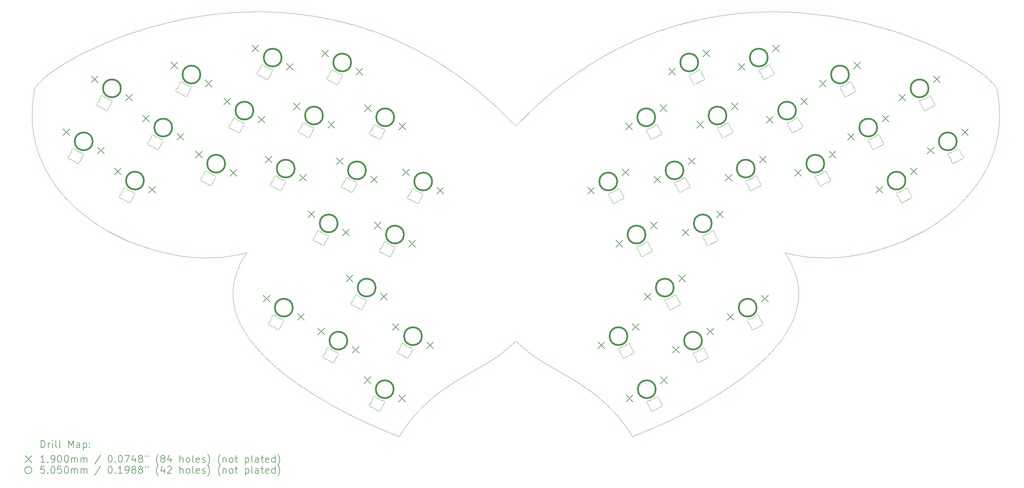
<source format=gbr>
%TF.GenerationSoftware,KiCad,Pcbnew,8.0.8*%
%TF.CreationDate,2025-01-20T00:31:36+01:00*%
%TF.ProjectId,____,e4e8e4e8-2e6b-4696-9361-645f70636258,2.0*%
%TF.SameCoordinates,Original*%
%TF.FileFunction,Drillmap*%
%TF.FilePolarity,Positive*%
%FSLAX45Y45*%
G04 Gerber Fmt 4.5, Leading zero omitted, Abs format (unit mm)*
G04 Created by KiCad (PCBNEW 8.0.8) date 2025-01-20 00:31:36*
%MOMM*%
%LPD*%
G01*
G04 APERTURE LIST*
%ADD10C,0.071437*%
%ADD11C,0.100000*%
%ADD12C,0.200000*%
%ADD13C,0.190000*%
%ADD14C,0.505000*%
G04 APERTURE END LIST*
D10*
X22891792Y-3620504D02*
X23918704Y-3730248D01*
X24879408Y-3921144D01*
X25760209Y-4172862D01*
X26547412Y-4465070D01*
X27227321Y-4777438D01*
X27786241Y-5089634D01*
X28210476Y-5381327D01*
X28486332Y-5632187D01*
X28564338Y-5735950D01*
X28600113Y-5821881D01*
X28645790Y-6140576D01*
X28664133Y-6449713D01*
X28656370Y-6749119D01*
X28623731Y-7038621D01*
X28567445Y-7318045D01*
X28488740Y-7587218D01*
X28388846Y-7845967D01*
X28268991Y-8094118D01*
X28130406Y-8331498D01*
X27974318Y-8557934D01*
X27801957Y-8773252D01*
X27614553Y-8977279D01*
X27413333Y-9169842D01*
X27199528Y-9350768D01*
X26974366Y-9519882D01*
X26739076Y-9677012D01*
X26494888Y-9821985D01*
X26243030Y-9954627D01*
X25984732Y-10074765D01*
X25721222Y-10182225D01*
X25453730Y-10276834D01*
X25183485Y-10358419D01*
X24911715Y-10426807D01*
X24639651Y-10481824D01*
X24368520Y-10523296D01*
X24099552Y-10551052D01*
X23833977Y-10564916D01*
X23573022Y-10564717D01*
X23317918Y-10550279D01*
X23069893Y-10521432D01*
X22830176Y-10478000D01*
X22599997Y-10419811D01*
X22763627Y-10689878D01*
X22881298Y-10956117D01*
X22955682Y-11218219D01*
X22989453Y-11475871D01*
X22985285Y-11728762D01*
X22945850Y-11976581D01*
X22873823Y-12219017D01*
X22771876Y-12455758D01*
X22642683Y-12686493D01*
X22488916Y-12910911D01*
X22313251Y-13128700D01*
X22118359Y-13339549D01*
X21906915Y-13543148D01*
X21681591Y-13739184D01*
X21199998Y-14107324D01*
X20694967Y-14441480D01*
X20187886Y-14739161D01*
X19700140Y-14997876D01*
X19253117Y-15215137D01*
X18566787Y-15515332D01*
X18299989Y-15619824D01*
X18196582Y-15465347D01*
X18092644Y-15320337D01*
X17988230Y-15184298D01*
X17883394Y-15056738D01*
X17778192Y-14937161D01*
X17672678Y-14825073D01*
X17566908Y-14719979D01*
X17460936Y-14621386D01*
X17248608Y-14441723D01*
X17036133Y-14282128D01*
X16823950Y-14138647D01*
X16612500Y-14007324D01*
X15782811Y-13524514D01*
X15581614Y-13394657D01*
X15383787Y-13253227D01*
X15189769Y-13096271D01*
X15094326Y-13010734D01*
X15000000Y-12919832D01*
X14905674Y-13010734D01*
X14810231Y-13096271D01*
X14616213Y-13253227D01*
X14418386Y-13394657D01*
X14217189Y-13524514D01*
X13387500Y-14007324D01*
X13176050Y-14138647D01*
X12963868Y-14282128D01*
X12751392Y-14441723D01*
X12539064Y-14621386D01*
X12433092Y-14719979D01*
X12327322Y-14825073D01*
X12221809Y-14937161D01*
X12116607Y-15056738D01*
X12011771Y-15184298D01*
X11907356Y-15320337D01*
X11803418Y-15465347D01*
X11700011Y-15619824D01*
X11433214Y-15515332D01*
X10746884Y-15215137D01*
X10299861Y-14997876D01*
X9812115Y-14739161D01*
X9305034Y-14441480D01*
X8800003Y-14107324D01*
X8318410Y-13739184D01*
X8093086Y-13543148D01*
X7881641Y-13339549D01*
X7686749Y-13128700D01*
X7511084Y-12910911D01*
X7357318Y-12686493D01*
X7228124Y-12455758D01*
X7126177Y-12219017D01*
X7054150Y-11976581D01*
X7014715Y-11728762D01*
X7010547Y-11475871D01*
X7044318Y-11218219D01*
X7118702Y-10956117D01*
X7236373Y-10689878D01*
X7400003Y-10419811D01*
X7169824Y-10478000D01*
X6930109Y-10521432D01*
X6682085Y-10550279D01*
X6426984Y-10564717D01*
X6166032Y-10564916D01*
X5900460Y-10551052D01*
X5631496Y-10523296D01*
X5360370Y-10481824D01*
X4816546Y-10358419D01*
X4278819Y-10182225D01*
X4015315Y-10074765D01*
X3757022Y-9954627D01*
X3505170Y-9821985D01*
X3260987Y-9677012D01*
X3025703Y-9519882D01*
X2800547Y-9350768D01*
X2586747Y-9169842D01*
X2385532Y-8977279D01*
X2198132Y-8773252D01*
X2025776Y-8557934D01*
X1869692Y-8331498D01*
X1731110Y-8094118D01*
X1611259Y-7845967D01*
X1511367Y-7587218D01*
X1432664Y-7318045D01*
X1376379Y-7038621D01*
X1343740Y-6749119D01*
X1335977Y-6449713D01*
X1354319Y-6140576D01*
X1399994Y-5821881D01*
X1435755Y-5735950D01*
X1513748Y-5632187D01*
X1632260Y-5513132D01*
X1789581Y-5381327D01*
X2213798Y-5089634D01*
X2772703Y-4777438D01*
X3452600Y-4465070D01*
X3833641Y-4315175D01*
X4239794Y-4172862D01*
X4669348Y-4040671D01*
X5120590Y-3921144D01*
X5591808Y-3816822D01*
X6081290Y-3730248D01*
X6587325Y-3663961D01*
X7108200Y-3620504D01*
X7642204Y-3602418D01*
X8187624Y-3612244D01*
X8742749Y-3652524D01*
X9305867Y-3725798D01*
X9875265Y-3834610D01*
X10449231Y-3981499D01*
X11026055Y-4169007D01*
X11604022Y-4399676D01*
X12181423Y-4676047D01*
X12756545Y-5000661D01*
X13327675Y-5376059D01*
X13893103Y-5804784D01*
X14451115Y-6289376D01*
X15000000Y-6832378D01*
X15548885Y-6289376D01*
X16106897Y-5804784D01*
X16672324Y-5376059D01*
X17243453Y-5000661D01*
X17818574Y-4676047D01*
X18395974Y-4399676D01*
X18973941Y-4169007D01*
X19550763Y-3981499D01*
X20124729Y-3834610D01*
X20694127Y-3725798D01*
X21257243Y-3652524D01*
X21812368Y-3612244D01*
X22357788Y-3602418D01*
X22891792Y-3620504D01*
D11*
X6973433Y-6913145D02*
X7113725Y-6987739D01*
X6996895Y-6676132D02*
X6930903Y-6800247D01*
X7231105Y-6959867D02*
X7297097Y-6835753D01*
X7254567Y-6722855D02*
X7114275Y-6648261D01*
X6930902Y-6800247D02*
G75*
G02*
X6916351Y-6817073I-44172J23495D01*
G01*
X6947954Y-6907332D02*
G75*
G02*
X6973433Y-6913145I2007J-49957D01*
G01*
X6947954Y-6907332D02*
G75*
G02*
X6916352Y-6817073I-2006J49959D01*
G01*
X7002708Y-6654660D02*
G75*
G02*
X6996895Y-6676132I-49980J2007D01*
G01*
X7002708Y-6654660D02*
G75*
G02*
X7095208Y-6630387I49960J-2001D01*
G01*
X7113725Y-6987739D02*
G75*
G02*
X7132792Y-7005613I-23474J-44148D01*
G01*
X7114275Y-6648261D02*
G75*
G02*
X7095208Y-6630387I23473J44146D01*
G01*
X7225292Y-6981340D02*
G75*
G02*
X7132792Y-7005613I-49960J2001D01*
G01*
X7225292Y-6981340D02*
G75*
G02*
X7231105Y-6959867I49966J-2003D01*
G01*
X7280046Y-6728667D02*
G75*
G02*
X7254567Y-6722855I-2005J49965D01*
G01*
X7280046Y-6728667D02*
G75*
G02*
X7311648Y-6818927I2006J-49960D01*
G01*
X7297098Y-6835753D02*
G75*
G02*
X7311648Y-6818927I44144J-23471D01*
G01*
X19934510Y-5475905D02*
X20000503Y-5600020D01*
X20117332Y-5288413D02*
X19977041Y-5363007D01*
X20117882Y-5627891D02*
X20258174Y-5553297D01*
X20300705Y-5440399D02*
X20234712Y-5316285D01*
X19919959Y-5459079D02*
G75*
G02*
X19934510Y-5475905I-29596J-40299D01*
G01*
X19919959Y-5459079D02*
G75*
G02*
X19951561Y-5368820I29596J40300D01*
G01*
X19977041Y-5363007D02*
G75*
G02*
X19951561Y-5368820I-23474J44149D01*
G01*
X20000503Y-5600020D02*
G75*
G02*
X20006315Y-5621492I-44154J-23475D01*
G01*
X20098815Y-5645765D02*
G75*
G02*
X20006315Y-5621492I-42540J26274D01*
G01*
X20098815Y-5645765D02*
G75*
G02*
X20117882Y-5627891I42541J-26275D01*
G01*
X20136399Y-5270540D02*
G75*
G02*
X20117332Y-5288413I-42540J26274D01*
G01*
X20136399Y-5270540D02*
G75*
G02*
X20228899Y-5294812I42540J-26274D01*
G01*
X20234712Y-5316285D02*
G75*
G02*
X20228899Y-5294812I44189J23484D01*
G01*
X20258174Y-5553297D02*
G75*
G02*
X20283653Y-5547485I23474J-44148D01*
G01*
X20315256Y-5457225D02*
G75*
G02*
X20283653Y-5547485I-29596J-40300D01*
G01*
X20315256Y-5457225D02*
G75*
G02*
X20300704Y-5440400I29634J40336D01*
G01*
X10945433Y-7102145D02*
X11085725Y-7176739D01*
X10968895Y-6865133D02*
X10902903Y-6989247D01*
X11203104Y-7148867D02*
X11269097Y-7024753D01*
X11226567Y-6911855D02*
X11086275Y-6837261D01*
X10902903Y-6989247D02*
G75*
G02*
X10888351Y-7006073I-44145J23472D01*
G01*
X10919954Y-7096332D02*
G75*
G02*
X10888351Y-7006073I-2006J49960D01*
G01*
X10919954Y-7096332D02*
G75*
G02*
X10945433Y-7102145I2006J-49960D01*
G01*
X10974708Y-6843660D02*
G75*
G02*
X10968895Y-6865133I-49963J2002D01*
G01*
X10974708Y-6843660D02*
G75*
G02*
X11067208Y-6819387I49960J-2001D01*
G01*
X11085725Y-7176739D02*
G75*
G02*
X11104792Y-7194613I-23471J-44144D01*
G01*
X11086275Y-6837261D02*
G75*
G02*
X11067208Y-6819387I23474J44148D01*
G01*
X11197292Y-7170340D02*
G75*
G02*
X11104792Y-7194613I-49960J2001D01*
G01*
X11197292Y-7170340D02*
G75*
G02*
X11203104Y-7148867I49891J-1982D01*
G01*
X11252046Y-6917668D02*
G75*
G02*
X11226567Y-6911855I-2005J49962D01*
G01*
X11252046Y-6917668D02*
G75*
G02*
X11283648Y-7007926I2006J-49959D01*
G01*
X11269097Y-7024753D02*
G75*
G02*
X11283648Y-7007927I44175J-23497D01*
G01*
X10424433Y-11920145D02*
X10564725Y-11994739D01*
X10447895Y-11683133D02*
X10381903Y-11807247D01*
X10682105Y-11966867D02*
X10748097Y-11842753D01*
X10705567Y-11729855D02*
X10565275Y-11655261D01*
X10381903Y-11807247D02*
G75*
G02*
X10367351Y-11824073I-44145J23472D01*
G01*
X10398954Y-11914332D02*
G75*
G02*
X10367351Y-11824073I-2006J49960D01*
G01*
X10398954Y-11914332D02*
G75*
G02*
X10424433Y-11920145I2006J-49960D01*
G01*
X10453708Y-11661660D02*
G75*
G02*
X10447895Y-11683133I-49963J2002D01*
G01*
X10453708Y-11661660D02*
G75*
G02*
X10546208Y-11637387I49960J-2001D01*
G01*
X10564725Y-11994739D02*
G75*
G02*
X10583792Y-12012613I-23471J-44144D01*
G01*
X10565275Y-11655261D02*
G75*
G02*
X10546208Y-11637387I23474J44148D01*
G01*
X10676292Y-11988340D02*
G75*
G02*
X10583792Y-12012613I-49960J2001D01*
G01*
X10676292Y-11988340D02*
G75*
G02*
X10682104Y-11966867I49891J-1982D01*
G01*
X10731046Y-11735668D02*
G75*
G02*
X10705567Y-11729855I-2005J49962D01*
G01*
X10731046Y-11735668D02*
G75*
G02*
X10762648Y-11825926I2006J-49959D01*
G01*
X10748097Y-11842753D02*
G75*
G02*
X10762649Y-11825927I44175J-23497D01*
G01*
X19522716Y-8522043D02*
X19588709Y-8646157D01*
X19705539Y-8334551D02*
X19565247Y-8409145D01*
X19706088Y-8674029D02*
X19846380Y-8599435D01*
X19888911Y-8486537D02*
X19822918Y-8362422D01*
X19508165Y-8505217D02*
G75*
G02*
X19522716Y-8522043I-29612J-40313D01*
G01*
X19508165Y-8505217D02*
G75*
G02*
X19539767Y-8414957I29596J40300D01*
G01*
X19565247Y-8409145D02*
G75*
G02*
X19539767Y-8414957I-23473J44148D01*
G01*
X19588709Y-8646157D02*
G75*
G02*
X19594522Y-8667630I-44182J-23483D01*
G01*
X19687022Y-8691902D02*
G75*
G02*
X19594522Y-8667630I-42540J26274D01*
G01*
X19687022Y-8691903D02*
G75*
G02*
X19706088Y-8674029I42546J-26280D01*
G01*
X19724606Y-8316677D02*
G75*
G02*
X19705539Y-8334550I-42543J26277D01*
G01*
X19724606Y-8316677D02*
G75*
G02*
X19817106Y-8340950I42540J-26274D01*
G01*
X19822918Y-8362422D02*
G75*
G02*
X19817106Y-8340950I44146J23473D01*
G01*
X19846380Y-8599435D02*
G75*
G02*
X19871860Y-8593622I23474J-44148D01*
G01*
X19903462Y-8503363D02*
G75*
G02*
X19871860Y-8593622I-29596J-40300D01*
G01*
X19903462Y-8503363D02*
G75*
G02*
X19888911Y-8486537I29596J40299D01*
G01*
X3241433Y-6283145D02*
X3381725Y-6357739D01*
X3264895Y-6046133D02*
X3198902Y-6170247D01*
X3499104Y-6329867D02*
X3565097Y-6205753D01*
X3522567Y-6092855D02*
X3382275Y-6018261D01*
X3198902Y-6170247D02*
G75*
G02*
X3184351Y-6187073I-44145J23472D01*
G01*
X3215954Y-6277332D02*
G75*
G02*
X3184351Y-6187073I-2006J49960D01*
G01*
X3215954Y-6277332D02*
G75*
G02*
X3241433Y-6283145I2006J-49960D01*
G01*
X3270708Y-6024660D02*
G75*
G02*
X3264895Y-6046133I-49963J2002D01*
G01*
X3270708Y-6024660D02*
G75*
G02*
X3363208Y-6000387I49960J-2001D01*
G01*
X3381725Y-6357739D02*
G75*
G02*
X3400792Y-6375613I-23471J-44144D01*
G01*
X3382275Y-6018261D02*
G75*
G02*
X3363208Y-6000387I23474J44148D01*
G01*
X3493292Y-6351340D02*
G75*
G02*
X3400792Y-6375613I-49960J2001D01*
G01*
X3493292Y-6351340D02*
G75*
G02*
X3499104Y-6329867I49891J-1982D01*
G01*
X3548046Y-6098668D02*
G75*
G02*
X3522567Y-6092855I-2005J49962D01*
G01*
X3548046Y-6098668D02*
G75*
G02*
X3579648Y-6188926I2006J-49959D01*
G01*
X3565097Y-6205753D02*
G75*
G02*
X3579648Y-6188927I44175J-23497D01*
G01*
X18453903Y-10340753D02*
X18519895Y-10464867D01*
X18636725Y-10153261D02*
X18496433Y-10227855D01*
X18637275Y-10492739D02*
X18777567Y-10418145D01*
X18820097Y-10305247D02*
X18754105Y-10181133D01*
X18439352Y-10323927D02*
G75*
G02*
X18453902Y-10340753I-29612J-40313D01*
G01*
X18439352Y-10323927D02*
G75*
G02*
X18470954Y-10233667I29596J40300D01*
G01*
X18496433Y-10227855D02*
G75*
G02*
X18470954Y-10233667I-23473J44148D01*
G01*
X18519895Y-10464867D02*
G75*
G02*
X18525708Y-10486340I-44182J-23483D01*
G01*
X18618208Y-10510612D02*
G75*
G02*
X18525708Y-10486340I-42540J26274D01*
G01*
X18618208Y-10510613D02*
G75*
G02*
X18637275Y-10492739I42546J-26280D01*
G01*
X18655792Y-10135387D02*
G75*
G02*
X18636725Y-10153261I-42543J26277D01*
G01*
X18655792Y-10135387D02*
G75*
G02*
X18748292Y-10159660I42540J-26274D01*
G01*
X18754105Y-10181133D02*
G75*
G02*
X18748292Y-10159660I44146J23473D01*
G01*
X18777567Y-10418145D02*
G75*
G02*
X18803046Y-10412332I23474J-44148D01*
G01*
X18834648Y-10322073D02*
G75*
G02*
X18803046Y-10412332I-29596J-40300D01*
G01*
X18834649Y-10322073D02*
G75*
G02*
X18820097Y-10305247I29596J40299D01*
G01*
X25790295Y-8820601D02*
X25856288Y-8944715D01*
X25973118Y-8633109D02*
X25832826Y-8707703D01*
X25973668Y-8972587D02*
X26113960Y-8897993D01*
X26156490Y-8785095D02*
X26090497Y-8660981D01*
X25775744Y-8803775D02*
G75*
G02*
X25790295Y-8820601I-29596J-40299D01*
G01*
X25775744Y-8803775D02*
G75*
G02*
X25807347Y-8713516I29596J40300D01*
G01*
X25832826Y-8707703D02*
G75*
G02*
X25807347Y-8713516I-23474J44149D01*
G01*
X25856288Y-8944716D02*
G75*
G02*
X25862101Y-8966188I-44154J-23475D01*
G01*
X25954601Y-8990461D02*
G75*
G02*
X25862101Y-8966188I-42540J26274D01*
G01*
X25954601Y-8990461D02*
G75*
G02*
X25973668Y-8972587I42541J-26275D01*
G01*
X25992185Y-8615235D02*
G75*
G02*
X25973118Y-8633109I-42540J26274D01*
G01*
X25992185Y-8615236D02*
G75*
G02*
X26084684Y-8639508I42540J-26274D01*
G01*
X26090497Y-8660981D02*
G75*
G02*
X26084685Y-8639508I44189J23484D01*
G01*
X26113960Y-8897993D02*
G75*
G02*
X26139439Y-8892180I23474J-44148D01*
G01*
X26171041Y-8801921D02*
G75*
G02*
X26139439Y-8892181I-29596J-40300D01*
G01*
X26171041Y-8801921D02*
G75*
G02*
X26156489Y-8785096I29634J40336D01*
G01*
X19248903Y-11843753D02*
X19314896Y-11967867D01*
X19431725Y-11656261D02*
X19291433Y-11730855D01*
X19432275Y-11995739D02*
X19572567Y-11921145D01*
X19615098Y-11808247D02*
X19549105Y-11684133D01*
X19234352Y-11826927D02*
G75*
G02*
X19248903Y-11843753I-29596J-40299D01*
G01*
X19234352Y-11826927D02*
G75*
G02*
X19265954Y-11736668I29596J40300D01*
G01*
X19291433Y-11730855D02*
G75*
G02*
X19265954Y-11736668I-23474J44149D01*
G01*
X19314896Y-11967868D02*
G75*
G02*
X19320708Y-11989340I-44154J-23475D01*
G01*
X19413208Y-12013613D02*
G75*
G02*
X19320708Y-11989340I-42540J26274D01*
G01*
X19413208Y-12013613D02*
G75*
G02*
X19432275Y-11995739I42541J-26275D01*
G01*
X19450792Y-11638387D02*
G75*
G02*
X19431725Y-11656261I-42540J26274D01*
G01*
X19450792Y-11638388D02*
G75*
G02*
X19543292Y-11662660I42540J-26274D01*
G01*
X19549105Y-11684133D02*
G75*
G02*
X19543292Y-11662660I44189J23484D01*
G01*
X19572567Y-11921145D02*
G75*
G02*
X19598046Y-11915332I23474J-44148D01*
G01*
X19629649Y-11825073D02*
G75*
G02*
X19598046Y-11915333I-29596J-40300D01*
G01*
X19629649Y-11825073D02*
G75*
G02*
X19615096Y-11808248I29634J40336D01*
G01*
X17936903Y-13216753D02*
X18002896Y-13340867D01*
X18119725Y-13029261D02*
X17979433Y-13103855D01*
X18120275Y-13368739D02*
X18260567Y-13294145D01*
X18303098Y-13181247D02*
X18237105Y-13057133D01*
X17922352Y-13199927D02*
G75*
G02*
X17936903Y-13216753I-29596J-40299D01*
G01*
X17922352Y-13199927D02*
G75*
G02*
X17953954Y-13109668I29596J40300D01*
G01*
X17979433Y-13103855D02*
G75*
G02*
X17953954Y-13109668I-23474J44149D01*
G01*
X18002896Y-13340868D02*
G75*
G02*
X18008708Y-13362340I-44154J-23475D01*
G01*
X18101208Y-13386613D02*
G75*
G02*
X18008708Y-13362340I-42540J26274D01*
G01*
X18101208Y-13386613D02*
G75*
G02*
X18120275Y-13368739I42541J-26275D01*
G01*
X18138792Y-13011387D02*
G75*
G02*
X18119725Y-13029261I-42540J26274D01*
G01*
X18138792Y-13011388D02*
G75*
G02*
X18231292Y-13035660I42540J-26274D01*
G01*
X18237105Y-13057133D02*
G75*
G02*
X18231292Y-13035660I44189J23484D01*
G01*
X18260567Y-13294145D02*
G75*
G02*
X18286046Y-13288332I23474J-44148D01*
G01*
X18317649Y-13198073D02*
G75*
G02*
X18286046Y-13288333I-29596J-40300D01*
G01*
X18317649Y-13198073D02*
G75*
G02*
X18303096Y-13181248I29634J40336D01*
G01*
X3882433Y-8892145D02*
X4022725Y-8966739D01*
X3905895Y-8655133D02*
X3839902Y-8779247D01*
X4140104Y-8938868D02*
X4206097Y-8814753D01*
X4163567Y-8701855D02*
X4023275Y-8627261D01*
X3839902Y-8779247D02*
G75*
G02*
X3825351Y-8796073I-44145J23472D01*
G01*
X3856954Y-8886333D02*
G75*
G02*
X3825351Y-8796073I-2006J49960D01*
G01*
X3856954Y-8886333D02*
G75*
G02*
X3882433Y-8892145I2006J-49960D01*
G01*
X3911708Y-8633660D02*
G75*
G02*
X3905895Y-8655133I-49963J2002D01*
G01*
X3911708Y-8633660D02*
G75*
G02*
X4004208Y-8609387I49960J-2001D01*
G01*
X4022725Y-8966739D02*
G75*
G02*
X4041792Y-8984613I-23471J-44144D01*
G01*
X4023275Y-8627261D02*
G75*
G02*
X4004208Y-8609387I23474J44148D01*
G01*
X4134292Y-8960340D02*
G75*
G02*
X4041792Y-8984613I-49960J2001D01*
G01*
X4134292Y-8960340D02*
G75*
G02*
X4140104Y-8938868I49891J-1982D01*
G01*
X4189046Y-8707668D02*
G75*
G02*
X4163567Y-8701855I-2005J49962D01*
G01*
X4189046Y-8707668D02*
G75*
G02*
X4220648Y-8797927I2006J-49959D01*
G01*
X4206097Y-8814753D02*
G75*
G02*
X4220649Y-8797927I44175J-23497D01*
G01*
X20040903Y-13344753D02*
X20106895Y-13468867D01*
X20223725Y-13157261D02*
X20083433Y-13231855D01*
X20224275Y-13496739D02*
X20364567Y-13422145D01*
X20407097Y-13309247D02*
X20341105Y-13185132D01*
X20026351Y-13327927D02*
G75*
G02*
X20040904Y-13344752I-29634J-40336D01*
G01*
X20026351Y-13327927D02*
G75*
G02*
X20057954Y-13237667I29596J40300D01*
G01*
X20083433Y-13231855D02*
G75*
G02*
X20057954Y-13237667I-23474J44148D01*
G01*
X20106895Y-13468867D02*
G75*
G02*
X20112708Y-13490340I-44189J-23484D01*
G01*
X20205208Y-13514612D02*
G75*
G02*
X20112708Y-13490340I-42540J26274D01*
G01*
X20205208Y-13514613D02*
G75*
G02*
X20224275Y-13496739I42540J-26274D01*
G01*
X20242792Y-13139387D02*
G75*
G02*
X20223725Y-13157261I-42541J26275D01*
G01*
X20242792Y-13139387D02*
G75*
G02*
X20335292Y-13163660I42540J-26274D01*
G01*
X20341105Y-13185132D02*
G75*
G02*
X20335292Y-13163660I44154J23475D01*
G01*
X20364567Y-13422145D02*
G75*
G02*
X20390046Y-13416332I23474J-44149D01*
G01*
X20421648Y-13326073D02*
G75*
G02*
X20390046Y-13416332I-29596J-40300D01*
G01*
X20421649Y-13326073D02*
G75*
G02*
X20407097Y-13309247I29596J40299D01*
G01*
X20312903Y-10030753D02*
X20378896Y-10154868D01*
X20495725Y-9843261D02*
X20355433Y-9917855D01*
X20496275Y-10182739D02*
X20636567Y-10108145D01*
X20679098Y-9995247D02*
X20613105Y-9871133D01*
X20298352Y-10013927D02*
G75*
G02*
X20312903Y-10030753I-29596J-40299D01*
G01*
X20298352Y-10013927D02*
G75*
G02*
X20329954Y-9923668I29596J40300D01*
G01*
X20355433Y-9917855D02*
G75*
G02*
X20329954Y-9923668I-23474J44149D01*
G01*
X20378896Y-10154868D02*
G75*
G02*
X20384708Y-10176340I-44154J-23475D01*
G01*
X20477208Y-10200613D02*
G75*
G02*
X20384708Y-10176340I-42540J26274D01*
G01*
X20477208Y-10200613D02*
G75*
G02*
X20496275Y-10182739I42541J-26275D01*
G01*
X20514792Y-9825387D02*
G75*
G02*
X20495725Y-9843261I-42540J26274D01*
G01*
X20514792Y-9825388D02*
G75*
G02*
X20607292Y-9849660I42540J-26274D01*
G01*
X20613105Y-9871133D02*
G75*
G02*
X20607292Y-9849660I44189J23484D01*
G01*
X20636567Y-10108145D02*
G75*
G02*
X20662046Y-10102333I23474J-44148D01*
G01*
X20693649Y-10012073D02*
G75*
G02*
X20662046Y-10102333I-29596J-40300D01*
G01*
X20693649Y-10012073D02*
G75*
G02*
X20679096Y-9995248I29634J40336D01*
G01*
X10937433Y-14795145D02*
X11077725Y-14869739D01*
X10960896Y-14558132D02*
X10894903Y-14682247D01*
X11195105Y-14841867D02*
X11261097Y-14717753D01*
X11218567Y-14604855D02*
X11078275Y-14530261D01*
X10894903Y-14682247D02*
G75*
G02*
X10880352Y-14699073I-44175J23497D01*
G01*
X10911954Y-14789332D02*
G75*
G02*
X10880352Y-14699073I-2006J49959D01*
G01*
X10911954Y-14789332D02*
G75*
G02*
X10937433Y-14795145I2005J-49962D01*
G01*
X10966708Y-14536660D02*
G75*
G02*
X10960896Y-14558132I-49891J1982D01*
G01*
X10966708Y-14536660D02*
G75*
G02*
X11059208Y-14512387I49960J-2001D01*
G01*
X11077725Y-14869739D02*
G75*
G02*
X11096792Y-14887613I-23474J-44148D01*
G01*
X11078275Y-14530261D02*
G75*
G02*
X11059208Y-14512387I23471J44144D01*
G01*
X11189292Y-14863340D02*
G75*
G02*
X11096792Y-14887613I-49960J2001D01*
G01*
X11189292Y-14863340D02*
G75*
G02*
X11195105Y-14841867I49963J-2002D01*
G01*
X11244046Y-14610667D02*
G75*
G02*
X11218567Y-14604855I-2006J49960D01*
G01*
X11244046Y-14610667D02*
G75*
G02*
X11275649Y-14700927I2006J-49960D01*
G01*
X11261097Y-14717753D02*
G75*
G02*
X11275649Y-14700927I44145J-23472D01*
G01*
X8089826Y-12486297D02*
X8230118Y-12560891D01*
X8113288Y-12249285D02*
X8047295Y-12373399D01*
X8347497Y-12533019D02*
X8413490Y-12408905D01*
X8370960Y-12296007D02*
X8230668Y-12221413D01*
X8047295Y-12373399D02*
G75*
G02*
X8032744Y-12390225I-44175J23497D01*
G01*
X8064347Y-12480484D02*
G75*
G02*
X8032745Y-12390226I-2006J49959D01*
G01*
X8064347Y-12480484D02*
G75*
G02*
X8089826Y-12486297I2005J-49962D01*
G01*
X8119101Y-12227812D02*
G75*
G02*
X8113288Y-12249285I-49891J1982D01*
G01*
X8119101Y-12227812D02*
G75*
G02*
X8211601Y-12203539I49960J-2001D01*
G01*
X8230118Y-12560891D02*
G75*
G02*
X8249185Y-12578765I-23474J-44148D01*
G01*
X8230668Y-12221413D02*
G75*
G02*
X8211601Y-12203539I23471J44144D01*
G01*
X8341685Y-12554492D02*
G75*
G02*
X8249185Y-12578765I-49960J2001D01*
G01*
X8341685Y-12554492D02*
G75*
G02*
X8347497Y-12533019I49963J-2002D01*
G01*
X8396439Y-12301820D02*
G75*
G02*
X8370960Y-12296007I-2006J49960D01*
G01*
X8396439Y-12301820D02*
G75*
G02*
X8428042Y-12392079I2006J-49960D01*
G01*
X8413490Y-12408905D02*
G75*
G02*
X8428042Y-12392079I44145J-23472D01*
G01*
X10157247Y-8601855D02*
X10297539Y-8676449D01*
X10180709Y-8364842D02*
X10114716Y-8488957D01*
X10414918Y-8648577D02*
X10480911Y-8524463D01*
X10438380Y-8411565D02*
X10298088Y-8336971D01*
X10114716Y-8488957D02*
G75*
G02*
X10100165Y-8505783I-44175J23497D01*
G01*
X10131768Y-8596042D02*
G75*
G02*
X10100165Y-8505784I-2006J49959D01*
G01*
X10131768Y-8596042D02*
G75*
G02*
X10157247Y-8601855I2006J-49961D01*
G01*
X10186522Y-8343370D02*
G75*
G02*
X10180709Y-8364843I-49891J1982D01*
G01*
X10186522Y-8343370D02*
G75*
G02*
X10279022Y-8319097I49960J-2001D01*
G01*
X10297539Y-8676449D02*
G75*
G02*
X10316606Y-8694323I-23474J-44148D01*
G01*
X10298088Y-8336971D02*
G75*
G02*
X10279022Y-8319097I23473J44146D01*
G01*
X10409106Y-8670050D02*
G75*
G02*
X10316606Y-8694323I-49960J2001D01*
G01*
X10409106Y-8670050D02*
G75*
G02*
X10414918Y-8648577I49966J-2003D01*
G01*
X10463860Y-8417378D02*
G75*
G02*
X10438380Y-8411565I-2005J49965D01*
G01*
X10463860Y-8417378D02*
G75*
G02*
X10495462Y-8507637I2006J-49960D01*
G01*
X10480911Y-8524463D02*
G75*
G02*
X10495462Y-8507637I44144J-23471D01*
G01*
X17658089Y-8834463D02*
X17724082Y-8958577D01*
X17840912Y-8646971D02*
X17700620Y-8721565D01*
X17841461Y-8986449D02*
X17981753Y-8911855D01*
X18024284Y-8798957D02*
X17958291Y-8674843D01*
X17643538Y-8817637D02*
G75*
G02*
X17658089Y-8834463I-29596J-40299D01*
G01*
X17643538Y-8817637D02*
G75*
G02*
X17675140Y-8727378I29596J40300D01*
G01*
X17700620Y-8721565D02*
G75*
G02*
X17675140Y-8727378I-23474J44149D01*
G01*
X17724082Y-8958578D02*
G75*
G02*
X17729894Y-8980050I-44154J-23475D01*
G01*
X17822395Y-9004323D02*
G75*
G02*
X17729894Y-8980050I-42540J26274D01*
G01*
X17822395Y-9004323D02*
G75*
G02*
X17841461Y-8986449I42541J-26275D01*
G01*
X17859978Y-8629097D02*
G75*
G02*
X17840912Y-8646971I-42540J26274D01*
G01*
X17859979Y-8629098D02*
G75*
G02*
X17952478Y-8653370I42540J-26274D01*
G01*
X17958291Y-8674843D02*
G75*
G02*
X17952479Y-8653370I44189J23484D01*
G01*
X17981753Y-8911855D02*
G75*
G02*
X18007233Y-8906042I23474J-44148D01*
G01*
X18038835Y-8815783D02*
G75*
G02*
X18007233Y-8906043I-29596J-40300D01*
G01*
X18038835Y-8815783D02*
G75*
G02*
X18024283Y-8798958I29634J40336D01*
G01*
X22705089Y-6831463D02*
X22771082Y-6955577D01*
X22887912Y-6643971D02*
X22747620Y-6718565D01*
X22888461Y-6983449D02*
X23028753Y-6908855D01*
X23071284Y-6795957D02*
X23005291Y-6671842D01*
X22690538Y-6814637D02*
G75*
G02*
X22705089Y-6831463I-29612J-40313D01*
G01*
X22690538Y-6814637D02*
G75*
G02*
X22722140Y-6724377I29596J40300D01*
G01*
X22747620Y-6718565D02*
G75*
G02*
X22722140Y-6724377I-23473J44148D01*
G01*
X22771082Y-6955577D02*
G75*
G02*
X22776894Y-6977050I-44182J-23483D01*
G01*
X22869394Y-7001322D02*
G75*
G02*
X22776895Y-6977050I-42540J26274D01*
G01*
X22869394Y-7001322D02*
G75*
G02*
X22888461Y-6983449I42546J-26280D01*
G01*
X22906978Y-6626097D02*
G75*
G02*
X22887912Y-6643970I-42543J26277D01*
G01*
X22906978Y-6626097D02*
G75*
G02*
X22999478Y-6650370I42540J-26274D01*
G01*
X23005291Y-6671842D02*
G75*
G02*
X22999478Y-6650370I44146J23473D01*
G01*
X23028753Y-6908855D02*
G75*
G02*
X23054233Y-6903042I23474J-44148D01*
G01*
X23085835Y-6812783D02*
G75*
G02*
X23054233Y-6903042I-29596J-40300D01*
G01*
X23085835Y-6812783D02*
G75*
G02*
X23071284Y-6795957I29596J40299D01*
G01*
X9629433Y-13420145D02*
X9769725Y-13494739D01*
X9652896Y-13183132D02*
X9586903Y-13307247D01*
X9887105Y-13466867D02*
X9953098Y-13342753D01*
X9910567Y-13229855D02*
X9770275Y-13155261D01*
X9586903Y-13307247D02*
G75*
G02*
X9572352Y-13324073I-44175J23497D01*
G01*
X9603954Y-13414332D02*
G75*
G02*
X9572352Y-13324073I-2006J49959D01*
G01*
X9603954Y-13414332D02*
G75*
G02*
X9629433Y-13420145I2005J-49962D01*
G01*
X9658708Y-13161660D02*
G75*
G02*
X9652896Y-13183132I-49891J1982D01*
G01*
X9658708Y-13161660D02*
G75*
G02*
X9751208Y-13137387I49960J-2001D01*
G01*
X9769725Y-13494739D02*
G75*
G02*
X9788792Y-13512613I-23474J-44148D01*
G01*
X9770275Y-13155261D02*
G75*
G02*
X9751208Y-13137387I23471J44144D01*
G01*
X9881292Y-13488340D02*
G75*
G02*
X9788792Y-13512613I-49960J2001D01*
G01*
X9881292Y-13488340D02*
G75*
G02*
X9887105Y-13466867I49963J-2002D01*
G01*
X9936046Y-13235667D02*
G75*
G02*
X9910567Y-13229855I-2006J49960D01*
G01*
X9936046Y-13235667D02*
G75*
G02*
X9967649Y-13325927I2006J-49960D01*
G01*
X9953098Y-13342753D02*
G75*
G02*
X9967649Y-13325927I44145J-23472D01*
G01*
X21531296Y-8475601D02*
X21597288Y-8599715D01*
X21714118Y-8288109D02*
X21573826Y-8362703D01*
X21714668Y-8627587D02*
X21854960Y-8552993D01*
X21897490Y-8440095D02*
X21831498Y-8315981D01*
X21516744Y-8458775D02*
G75*
G02*
X21531296Y-8475601I-29596J-40299D01*
G01*
X21516745Y-8458775D02*
G75*
G02*
X21548347Y-8368515I29596J40300D01*
G01*
X21573826Y-8362703D02*
G75*
G02*
X21548347Y-8368515I-23474J44149D01*
G01*
X21597288Y-8599716D02*
G75*
G02*
X21603101Y-8621188I-44154J-23475D01*
G01*
X21695601Y-8645461D02*
G75*
G02*
X21603101Y-8621188I-42540J26274D01*
G01*
X21695601Y-8645461D02*
G75*
G02*
X21714668Y-8627587I42541J-26275D01*
G01*
X21733185Y-8270235D02*
G75*
G02*
X21714118Y-8288109I-42540J26274D01*
G01*
X21733185Y-8270235D02*
G75*
G02*
X21825685Y-8294508I42540J-26274D01*
G01*
X21831498Y-8315980D02*
G75*
G02*
X21825685Y-8294508I44189J23484D01*
G01*
X21854960Y-8552993D02*
G75*
G02*
X21880439Y-8547180I23474J-44148D01*
G01*
X21912042Y-8456921D02*
G75*
G02*
X21880439Y-8547181I-29596J-40300D01*
G01*
X21912042Y-8456921D02*
G75*
G02*
X21897489Y-8440096I29634J40336D01*
G01*
X26439089Y-6207463D02*
X26505082Y-6331577D01*
X26621912Y-6019971D02*
X26481620Y-6094565D01*
X26622461Y-6359449D02*
X26762753Y-6284855D01*
X26805284Y-6171957D02*
X26739291Y-6047843D01*
X26424538Y-6190637D02*
G75*
G02*
X26439089Y-6207463I-29596J-40299D01*
G01*
X26424538Y-6190637D02*
G75*
G02*
X26456140Y-6100377I29596J40300D01*
G01*
X26481620Y-6094565D02*
G75*
G02*
X26456140Y-6100377I-23474J44149D01*
G01*
X26505082Y-6331577D02*
G75*
G02*
X26510894Y-6353050I-44154J-23475D01*
G01*
X26603394Y-6377323D02*
G75*
G02*
X26510894Y-6353050I-42540J26274D01*
G01*
X26603394Y-6377323D02*
G75*
G02*
X26622461Y-6359449I42541J-26275D01*
G01*
X26640978Y-6002097D02*
G75*
G02*
X26621912Y-6019971I-42540J26274D01*
G01*
X26640978Y-6002097D02*
G75*
G02*
X26733478Y-6026370I42540J-26274D01*
G01*
X26739291Y-6047842D02*
G75*
G02*
X26733479Y-6026370I44189J23484D01*
G01*
X26762753Y-6284855D02*
G75*
G02*
X26788233Y-6279042I23474J-44148D01*
G01*
X26819835Y-6188783D02*
G75*
G02*
X26788233Y-6279042I-29596J-40300D01*
G01*
X26819835Y-6188783D02*
G75*
G02*
X26805283Y-6171958I29634J40336D01*
G01*
X7768433Y-5410145D02*
X7908725Y-5484739D01*
X7791895Y-5173133D02*
X7725902Y-5297247D01*
X8026104Y-5456868D02*
X8092097Y-5332753D01*
X8049567Y-5219855D02*
X7909275Y-5145261D01*
X7725902Y-5297247D02*
G75*
G02*
X7711351Y-5314073I-44145J23472D01*
G01*
X7742954Y-5404333D02*
G75*
G02*
X7711351Y-5314073I-2006J49960D01*
G01*
X7742954Y-5404333D02*
G75*
G02*
X7768433Y-5410145I2006J-49960D01*
G01*
X7797708Y-5151660D02*
G75*
G02*
X7791895Y-5173133I-49963J2002D01*
G01*
X7797708Y-5151660D02*
G75*
G02*
X7890208Y-5127387I49960J-2001D01*
G01*
X7908725Y-5484739D02*
G75*
G02*
X7927792Y-5502613I-23471J-44144D01*
G01*
X7909275Y-5145261D02*
G75*
G02*
X7890208Y-5127387I23474J44148D01*
G01*
X8020292Y-5478340D02*
G75*
G02*
X7927792Y-5502613I-49960J2001D01*
G01*
X8020292Y-5478340D02*
G75*
G02*
X8026104Y-5456868I49891J-1982D01*
G01*
X8075046Y-5225668D02*
G75*
G02*
X8049567Y-5219855I-2005J49962D01*
G01*
X8075046Y-5225668D02*
G75*
G02*
X8106648Y-5315927I2006J-49959D01*
G01*
X8092097Y-5332753D02*
G75*
G02*
X8106648Y-5315927I44175J-23497D01*
G01*
X8145433Y-8554145D02*
X8285725Y-8628739D01*
X8168895Y-8317133D02*
X8102902Y-8441247D01*
X8403105Y-8600868D02*
X8469097Y-8476753D01*
X8426567Y-8363855D02*
X8286275Y-8289261D01*
X8102902Y-8441247D02*
G75*
G02*
X8088351Y-8458073I-44145J23472D01*
G01*
X8119954Y-8548333D02*
G75*
G02*
X8088351Y-8458073I-2006J49960D01*
G01*
X8119954Y-8548333D02*
G75*
G02*
X8145433Y-8554145I2006J-49960D01*
G01*
X8174708Y-8295660D02*
G75*
G02*
X8168895Y-8317133I-49963J2002D01*
G01*
X8174708Y-8295660D02*
G75*
G02*
X8267208Y-8271387I49960J-2001D01*
G01*
X8285725Y-8628739D02*
G75*
G02*
X8304792Y-8646613I-23471J-44144D01*
G01*
X8286275Y-8289261D02*
G75*
G02*
X8267208Y-8271387I23474J44148D01*
G01*
X8397292Y-8622340D02*
G75*
G02*
X8304792Y-8646613I-49960J2001D01*
G01*
X8397292Y-8622340D02*
G75*
G02*
X8403104Y-8600868I49891J-1982D01*
G01*
X8452046Y-8369668D02*
G75*
G02*
X8426567Y-8363855I-2005J49962D01*
G01*
X8452046Y-8369668D02*
G75*
G02*
X8483648Y-8459927I2006J-49959D01*
G01*
X8469097Y-8476753D02*
G75*
G02*
X8483649Y-8459927I44175J-23497D01*
G01*
X9353433Y-10102145D02*
X9493725Y-10176739D01*
X9376895Y-9865133D02*
X9310903Y-9989247D01*
X9611105Y-10148868D02*
X9677097Y-10024753D01*
X9634567Y-9911855D02*
X9494275Y-9837261D01*
X9310903Y-9989247D02*
G75*
G02*
X9296351Y-10006073I-44145J23472D01*
G01*
X9327954Y-10096333D02*
G75*
G02*
X9296351Y-10006073I-2006J49960D01*
G01*
X9327954Y-10096333D02*
G75*
G02*
X9353433Y-10102145I2006J-49960D01*
G01*
X9382708Y-9843660D02*
G75*
G02*
X9376895Y-9865133I-49963J2002D01*
G01*
X9382708Y-9843660D02*
G75*
G02*
X9475208Y-9819387I49960J-2001D01*
G01*
X9493725Y-10176739D02*
G75*
G02*
X9512792Y-10194613I-23471J-44144D01*
G01*
X9494275Y-9837261D02*
G75*
G02*
X9475208Y-9819387I23474J44148D01*
G01*
X9605292Y-10170340D02*
G75*
G02*
X9512792Y-10194613I-49960J2001D01*
G01*
X9605292Y-10170340D02*
G75*
G02*
X9611104Y-10148868I49891J-1982D01*
G01*
X9660046Y-9917668D02*
G75*
G02*
X9634567Y-9911855I-2005J49962D01*
G01*
X9660046Y-9917668D02*
G75*
G02*
X9691648Y-10007927I2006J-49959D01*
G01*
X9677097Y-10024753D02*
G75*
G02*
X9691649Y-10007927I44175J-23497D01*
G01*
X4678433Y-7391145D02*
X4818725Y-7465739D01*
X4701895Y-7154132D02*
X4635903Y-7278247D01*
X4936105Y-7437867D02*
X5002098Y-7313753D01*
X4959567Y-7200855D02*
X4819275Y-7126261D01*
X4635903Y-7278247D02*
G75*
G02*
X4621352Y-7295073I-44172J23495D01*
G01*
X4652954Y-7385332D02*
G75*
G02*
X4678433Y-7391145I2007J-49957D01*
G01*
X4652954Y-7385332D02*
G75*
G02*
X4621352Y-7295073I-2006J49959D01*
G01*
X4707708Y-7132660D02*
G75*
G02*
X4701895Y-7154132I-49980J2007D01*
G01*
X4707708Y-7132660D02*
G75*
G02*
X4800208Y-7108387I49960J-2001D01*
G01*
X4818725Y-7465739D02*
G75*
G02*
X4837792Y-7483613I-23474J-44148D01*
G01*
X4819275Y-7126261D02*
G75*
G02*
X4800208Y-7108387I23473J44146D01*
G01*
X4930292Y-7459340D02*
G75*
G02*
X4837792Y-7483613I-49960J2001D01*
G01*
X4930292Y-7459340D02*
G75*
G02*
X4936105Y-7437867I49966J-2003D01*
G01*
X4985046Y-7206667D02*
G75*
G02*
X4959567Y-7200855I-2005J49965D01*
G01*
X4985046Y-7206667D02*
G75*
G02*
X5016649Y-7296927I2006J-49960D01*
G01*
X5002098Y-7313753D02*
G75*
G02*
X5016649Y-7296927I44144J-23471D01*
G01*
X8937433Y-7052145D02*
X9077725Y-7126739D01*
X8960895Y-6815132D02*
X8894903Y-6939247D01*
X9195105Y-7098867D02*
X9261098Y-6974753D01*
X9218567Y-6861855D02*
X9078275Y-6787261D01*
X8894903Y-6939247D02*
G75*
G02*
X8880352Y-6956073I-44172J23495D01*
G01*
X8911954Y-7046332D02*
G75*
G02*
X8937433Y-7052145I2007J-49957D01*
G01*
X8911954Y-7046332D02*
G75*
G02*
X8880352Y-6956073I-2006J49959D01*
G01*
X8966708Y-6793660D02*
G75*
G02*
X8960895Y-6815132I-49980J2007D01*
G01*
X8966708Y-6793660D02*
G75*
G02*
X9059208Y-6769387I49960J-2001D01*
G01*
X9077725Y-7126739D02*
G75*
G02*
X9096792Y-7144613I-23474J-44148D01*
G01*
X9078275Y-6787261D02*
G75*
G02*
X9059208Y-6769387I23473J44146D01*
G01*
X9189292Y-7120340D02*
G75*
G02*
X9096792Y-7144613I-49960J2001D01*
G01*
X9189292Y-7120340D02*
G75*
G02*
X9195105Y-7098867I49966J-2003D01*
G01*
X9244046Y-6867667D02*
G75*
G02*
X9218567Y-6861855I-2005J49965D01*
G01*
X9244046Y-6867667D02*
G75*
G02*
X9275649Y-6957927I2006J-49960D01*
G01*
X9261098Y-6974753D02*
G75*
G02*
X9275649Y-6957927I44144J-23471D01*
G01*
X20735903Y-6977753D02*
X20801895Y-7101867D01*
X20918725Y-6790261D02*
X20778433Y-6864855D01*
X20919275Y-7129739D02*
X21059567Y-7055145D01*
X21102097Y-6942247D02*
X21036105Y-6818132D01*
X20721352Y-6960927D02*
G75*
G02*
X20735902Y-6977753I-29612J-40313D01*
G01*
X20721352Y-6960927D02*
G75*
G02*
X20752954Y-6870667I29596J40300D01*
G01*
X20778433Y-6864855D02*
G75*
G02*
X20752954Y-6870667I-23473J44148D01*
G01*
X20801895Y-7101867D02*
G75*
G02*
X20807708Y-7123340I-44182J-23483D01*
G01*
X20900208Y-7147612D02*
G75*
G02*
X20807708Y-7123340I-42540J26274D01*
G01*
X20900208Y-7147612D02*
G75*
G02*
X20919275Y-7129739I42546J-26280D01*
G01*
X20937792Y-6772387D02*
G75*
G02*
X20918725Y-6790260I-42543J26277D01*
G01*
X20937792Y-6772387D02*
G75*
G02*
X21030292Y-6796660I42540J-26274D01*
G01*
X21036105Y-6818132D02*
G75*
G02*
X21030292Y-6796660I44146J23473D01*
G01*
X21059567Y-7055145D02*
G75*
G02*
X21085046Y-7049332I23474J-44148D01*
G01*
X21116648Y-6959073D02*
G75*
G02*
X21085046Y-7049332I-29596J-40300D01*
G01*
X21116649Y-6959073D02*
G75*
G02*
X21102097Y-6942247I29596J40299D01*
G01*
X11229433Y-10423145D02*
X11369725Y-10497739D01*
X11252895Y-10186133D02*
X11186903Y-10310247D01*
X11487105Y-10469867D02*
X11553097Y-10345753D01*
X11510567Y-10232855D02*
X11370275Y-10158261D01*
X11186903Y-10310247D02*
G75*
G02*
X11172352Y-10327073I-44175J23497D01*
G01*
X11203954Y-10417332D02*
G75*
G02*
X11172352Y-10327074I-2006J49959D01*
G01*
X11203954Y-10417332D02*
G75*
G02*
X11229433Y-10423145I2006J-49961D01*
G01*
X11258708Y-10164660D02*
G75*
G02*
X11252895Y-10186133I-49891J1982D01*
G01*
X11258708Y-10164660D02*
G75*
G02*
X11351208Y-10140387I49960J-2001D01*
G01*
X11369725Y-10497739D02*
G75*
G02*
X11388792Y-10515613I-23474J-44148D01*
G01*
X11370275Y-10158261D02*
G75*
G02*
X11351208Y-10140387I23473J44146D01*
G01*
X11481292Y-10491340D02*
G75*
G02*
X11388792Y-10515613I-49960J2001D01*
G01*
X11481292Y-10491340D02*
G75*
G02*
X11487105Y-10469867I49966J-2003D01*
G01*
X11536046Y-10238668D02*
G75*
G02*
X11510567Y-10232855I-2005J49965D01*
G01*
X11536046Y-10238668D02*
G75*
G02*
X11567649Y-10328927I2006J-49960D01*
G01*
X11553098Y-10345753D02*
G75*
G02*
X11567649Y-10328927I44144J-23471D01*
G01*
X12023433Y-8916145D02*
X12163725Y-8990739D01*
X12046895Y-8679133D02*
X11980902Y-8803247D01*
X12281104Y-8962868D02*
X12347097Y-8838753D01*
X12304567Y-8725855D02*
X12164275Y-8651261D01*
X11980902Y-8803247D02*
G75*
G02*
X11966351Y-8820073I-44145J23472D01*
G01*
X11997954Y-8910333D02*
G75*
G02*
X11966351Y-8820073I-2006J49960D01*
G01*
X11997954Y-8910333D02*
G75*
G02*
X12023433Y-8916145I2006J-49960D01*
G01*
X12052708Y-8657660D02*
G75*
G02*
X12046895Y-8679133I-49963J2002D01*
G01*
X12052708Y-8657660D02*
G75*
G02*
X12145208Y-8633387I49960J-2001D01*
G01*
X12163725Y-8990739D02*
G75*
G02*
X12182792Y-9008613I-23471J-44144D01*
G01*
X12164275Y-8651261D02*
G75*
G02*
X12145208Y-8633387I23474J44148D01*
G01*
X12275292Y-8984340D02*
G75*
G02*
X12182792Y-9008613I-49960J2001D01*
G01*
X12275292Y-8984340D02*
G75*
G02*
X12281104Y-8962868I49891J-1982D01*
G01*
X12330046Y-8731668D02*
G75*
G02*
X12304567Y-8725855I-2005J49962D01*
G01*
X12330046Y-8731668D02*
G75*
G02*
X12361648Y-8821927I2006J-49959D01*
G01*
X12347097Y-8838753D02*
G75*
G02*
X12361648Y-8821927I44175J-23497D01*
G01*
X2432433Y-7783145D02*
X2572725Y-7857739D01*
X2455895Y-7546132D02*
X2389903Y-7670247D01*
X2690105Y-7829867D02*
X2756098Y-7705753D01*
X2713567Y-7592855D02*
X2573275Y-7518261D01*
X2389903Y-7670247D02*
G75*
G02*
X2375352Y-7687073I-44172J23495D01*
G01*
X2406954Y-7777332D02*
G75*
G02*
X2432433Y-7783145I2007J-49957D01*
G01*
X2406954Y-7777332D02*
G75*
G02*
X2375352Y-7687073I-2006J49959D01*
G01*
X2461708Y-7524660D02*
G75*
G02*
X2455895Y-7546132I-49980J2007D01*
G01*
X2461708Y-7524660D02*
G75*
G02*
X2554208Y-7500387I49960J-2001D01*
G01*
X2572725Y-7857739D02*
G75*
G02*
X2591792Y-7875613I-23474J-44148D01*
G01*
X2573275Y-7518261D02*
G75*
G02*
X2554208Y-7500387I23473J44146D01*
G01*
X2684292Y-7851340D02*
G75*
G02*
X2591792Y-7875613I-49960J2001D01*
G01*
X2684292Y-7851340D02*
G75*
G02*
X2690105Y-7829867I49966J-2003D01*
G01*
X2739046Y-7598667D02*
G75*
G02*
X2713567Y-7592855I-2005J49965D01*
G01*
X2739046Y-7598667D02*
G75*
G02*
X2770649Y-7688927I2006J-49960D01*
G01*
X2756098Y-7705753D02*
G75*
G02*
X2770649Y-7688927I44144J-23471D01*
G01*
X23493903Y-8342753D02*
X23559895Y-8466868D01*
X23676725Y-8155261D02*
X23536433Y-8229855D01*
X23677275Y-8494739D02*
X23817567Y-8420145D01*
X23860097Y-8307247D02*
X23794105Y-8183133D01*
X23479351Y-8325927D02*
G75*
G02*
X23493903Y-8342753I-29596J-40299D01*
G01*
X23479352Y-8325927D02*
G75*
G02*
X23510954Y-8235668I29596J40300D01*
G01*
X23536433Y-8229855D02*
G75*
G02*
X23510954Y-8235668I-23474J44149D01*
G01*
X23559895Y-8466868D02*
G75*
G02*
X23565708Y-8488340I-44154J-23475D01*
G01*
X23658208Y-8512613D02*
G75*
G02*
X23565708Y-8488340I-42540J26274D01*
G01*
X23658208Y-8512613D02*
G75*
G02*
X23677275Y-8494739I42541J-26275D01*
G01*
X23695792Y-8137387D02*
G75*
G02*
X23676725Y-8155261I-42540J26274D01*
G01*
X23695792Y-8137388D02*
G75*
G02*
X23788292Y-8161660I42540J-26274D01*
G01*
X23794105Y-8183133D02*
G75*
G02*
X23788292Y-8161660I44189J23484D01*
G01*
X23817567Y-8420145D02*
G75*
G02*
X23843046Y-8414333I23474J-44148D01*
G01*
X23874649Y-8324073D02*
G75*
G02*
X23843046Y-8414333I-29596J-40300D01*
G01*
X23874649Y-8324073D02*
G75*
G02*
X23860096Y-8307248I29634J40336D01*
G01*
X9742433Y-5552145D02*
X9882725Y-5626739D01*
X9765895Y-5315133D02*
X9699903Y-5439247D01*
X10000105Y-5598867D02*
X10066097Y-5474753D01*
X10023567Y-5361855D02*
X9883275Y-5287261D01*
X9699903Y-5439247D02*
G75*
G02*
X9685351Y-5456073I-44145J23472D01*
G01*
X9716954Y-5546333D02*
G75*
G02*
X9685351Y-5456073I-2006J49960D01*
G01*
X9716954Y-5546333D02*
G75*
G02*
X9742433Y-5552145I2006J-49960D01*
G01*
X9771708Y-5293660D02*
G75*
G02*
X9765895Y-5315133I-49963J2002D01*
G01*
X9771708Y-5293660D02*
G75*
G02*
X9864208Y-5269387I49960J-2001D01*
G01*
X9882725Y-5626739D02*
G75*
G02*
X9901792Y-5644613I-23471J-44144D01*
G01*
X9883275Y-5287261D02*
G75*
G02*
X9864208Y-5269387I23474J44148D01*
G01*
X9994292Y-5620340D02*
G75*
G02*
X9901792Y-5644613I-49960J2001D01*
G01*
X9994292Y-5620340D02*
G75*
G02*
X10000104Y-5598867I49891J-1982D01*
G01*
X10049046Y-5367668D02*
G75*
G02*
X10023567Y-5361855I-2005J49962D01*
G01*
X10049046Y-5367668D02*
G75*
G02*
X10080648Y-5457927I2006J-49959D01*
G01*
X10066097Y-5474753D02*
G75*
G02*
X10080649Y-5457927I44175J-23497D01*
G01*
X5478433Y-5887145D02*
X5618725Y-5961739D01*
X5501895Y-5650133D02*
X5435903Y-5774247D01*
X5736104Y-5933867D02*
X5802097Y-5809753D01*
X5759567Y-5696855D02*
X5619275Y-5622261D01*
X5435903Y-5774247D02*
G75*
G02*
X5421351Y-5791073I-44145J23472D01*
G01*
X5452954Y-5881332D02*
G75*
G02*
X5421351Y-5791073I-2006J49960D01*
G01*
X5452954Y-5881332D02*
G75*
G02*
X5478433Y-5887145I2006J-49960D01*
G01*
X5507708Y-5628660D02*
G75*
G02*
X5501895Y-5650133I-49963J2002D01*
G01*
X5507708Y-5628660D02*
G75*
G02*
X5600208Y-5604387I49960J-2001D01*
G01*
X5618725Y-5961739D02*
G75*
G02*
X5637792Y-5979613I-23471J-44144D01*
G01*
X5619275Y-5622261D02*
G75*
G02*
X5600208Y-5604387I23474J44148D01*
G01*
X5730292Y-5955340D02*
G75*
G02*
X5637792Y-5979613I-49960J2001D01*
G01*
X5730292Y-5955340D02*
G75*
G02*
X5736104Y-5933867I49891J-1982D01*
G01*
X5785046Y-5702668D02*
G75*
G02*
X5759567Y-5696855I-2005J49962D01*
G01*
X5785046Y-5702668D02*
G75*
G02*
X5816648Y-5792926I2006J-49959D01*
G01*
X5802097Y-5809753D02*
G75*
G02*
X5816648Y-5792927I44175J-23497D01*
G01*
X18725903Y-7022753D02*
X18791896Y-7146867D01*
X18908725Y-6835261D02*
X18768433Y-6909855D01*
X18909275Y-7174739D02*
X19049567Y-7100145D01*
X19092098Y-6987247D02*
X19026105Y-6863133D01*
X18711352Y-7005927D02*
G75*
G02*
X18725903Y-7022753I-29596J-40299D01*
G01*
X18711352Y-7005927D02*
G75*
G02*
X18742954Y-6915668I29596J40300D01*
G01*
X18768433Y-6909855D02*
G75*
G02*
X18742954Y-6915668I-23474J44149D01*
G01*
X18791896Y-7146868D02*
G75*
G02*
X18797708Y-7168340I-44154J-23475D01*
G01*
X18890208Y-7192613D02*
G75*
G02*
X18797708Y-7168340I-42540J26274D01*
G01*
X18890208Y-7192613D02*
G75*
G02*
X18909275Y-7174739I42541J-26275D01*
G01*
X18927792Y-6817387D02*
G75*
G02*
X18908725Y-6835261I-42540J26274D01*
G01*
X18927792Y-6817388D02*
G75*
G02*
X19020292Y-6841660I42540J-26274D01*
G01*
X19026105Y-6863133D02*
G75*
G02*
X19020292Y-6841660I44189J23484D01*
G01*
X19049567Y-7100145D02*
G75*
G02*
X19075046Y-7094332I23474J-44148D01*
G01*
X19106649Y-7004073D02*
G75*
G02*
X19075046Y-7094333I-29596J-40300D01*
G01*
X19106649Y-7004073D02*
G75*
G02*
X19092096Y-6987248I29634J40336D01*
G01*
X27243902Y-7703753D02*
X27309895Y-7827867D01*
X27426725Y-7516261D02*
X27286433Y-7590855D01*
X27427275Y-7855739D02*
X27567567Y-7781145D01*
X27610097Y-7668247D02*
X27544105Y-7544132D01*
X27229351Y-7686927D02*
G75*
G02*
X27243902Y-7703753I-29612J-40313D01*
G01*
X27229351Y-7686927D02*
G75*
G02*
X27260953Y-7596667I29596J40300D01*
G01*
X27286433Y-7590855D02*
G75*
G02*
X27260953Y-7596667I-23473J44148D01*
G01*
X27309895Y-7827867D02*
G75*
G02*
X27315708Y-7849340I-44182J-23483D01*
G01*
X27408208Y-7873612D02*
G75*
G02*
X27315708Y-7849340I-42540J26274D01*
G01*
X27408208Y-7873612D02*
G75*
G02*
X27427275Y-7855739I42546J-26280D01*
G01*
X27445792Y-7498387D02*
G75*
G02*
X27426725Y-7516260I-42543J26277D01*
G01*
X27445792Y-7498387D02*
G75*
G02*
X27538292Y-7522660I42540J-26274D01*
G01*
X27544104Y-7544132D02*
G75*
G02*
X27538292Y-7522660I44146J23473D01*
G01*
X27567567Y-7781145D02*
G75*
G02*
X27593046Y-7775332I23474J-44148D01*
G01*
X27624648Y-7685073D02*
G75*
G02*
X27593046Y-7775332I-29596J-40300D01*
G01*
X27624648Y-7685073D02*
G75*
G02*
X27610097Y-7668247I29596J40299D01*
G01*
X24990716Y-7312043D02*
X25056709Y-7436157D01*
X25173539Y-7124551D02*
X25033247Y-7199145D01*
X25174088Y-7464029D02*
X25314380Y-7389435D01*
X25356911Y-7276537D02*
X25290918Y-7152422D01*
X24976165Y-7295217D02*
G75*
G02*
X24990716Y-7312043I-29612J-40313D01*
G01*
X24976165Y-7295217D02*
G75*
G02*
X25007767Y-7204957I29596J40300D01*
G01*
X25033247Y-7199145D02*
G75*
G02*
X25007767Y-7204957I-23473J44148D01*
G01*
X25056709Y-7436157D02*
G75*
G02*
X25062521Y-7457630I-44182J-23483D01*
G01*
X25155021Y-7481902D02*
G75*
G02*
X25062522Y-7457630I-42540J26274D01*
G01*
X25155022Y-7481902D02*
G75*
G02*
X25174088Y-7464029I42546J-26280D01*
G01*
X25192605Y-7106677D02*
G75*
G02*
X25173539Y-7124550I-42543J26277D01*
G01*
X25192605Y-7106677D02*
G75*
G02*
X25285106Y-7130950I42540J-26274D01*
G01*
X25290918Y-7152422D02*
G75*
G02*
X25285106Y-7130950I44146J23473D01*
G01*
X25314380Y-7389435D02*
G75*
G02*
X25339860Y-7383622I23474J-44148D01*
G01*
X25371462Y-7293363D02*
G75*
G02*
X25339860Y-7383622I-29596J-40300D01*
G01*
X25371462Y-7293363D02*
G75*
G02*
X25356911Y-7276537I29596J40299D01*
G01*
X6173433Y-8413145D02*
X6313725Y-8487739D01*
X6196895Y-8176133D02*
X6130902Y-8300247D01*
X6431104Y-8459868D02*
X6497097Y-8335753D01*
X6454567Y-8222855D02*
X6314275Y-8148261D01*
X6130902Y-8300247D02*
G75*
G02*
X6116351Y-8317073I-44145J23472D01*
G01*
X6147954Y-8407333D02*
G75*
G02*
X6116351Y-8317073I-2006J49960D01*
G01*
X6147954Y-8407333D02*
G75*
G02*
X6173433Y-8413145I2006J-49960D01*
G01*
X6202708Y-8154660D02*
G75*
G02*
X6196895Y-8176133I-49963J2002D01*
G01*
X6202708Y-8154660D02*
G75*
G02*
X6295208Y-8130387I49960J-2001D01*
G01*
X6313725Y-8487739D02*
G75*
G02*
X6332792Y-8505613I-23471J-44144D01*
G01*
X6314275Y-8148261D02*
G75*
G02*
X6295208Y-8130387I23474J44148D01*
G01*
X6425292Y-8481340D02*
G75*
G02*
X6332792Y-8505613I-49960J2001D01*
G01*
X6425292Y-8481340D02*
G75*
G02*
X6431104Y-8459868I49891J-1982D01*
G01*
X6480046Y-8228668D02*
G75*
G02*
X6454567Y-8222855I-2005J49962D01*
G01*
X6480046Y-8228668D02*
G75*
G02*
X6511648Y-8318926I2006J-49959D01*
G01*
X6497097Y-8335753D02*
G75*
G02*
X6511648Y-8318927I44175J-23497D01*
G01*
X24200510Y-5815905D02*
X24266503Y-5940020D01*
X24383332Y-5628413D02*
X24243040Y-5703007D01*
X24383882Y-5967891D02*
X24524174Y-5893297D01*
X24566705Y-5780399D02*
X24500712Y-5656285D01*
X24185959Y-5799079D02*
G75*
G02*
X24200510Y-5815905I-29596J-40299D01*
G01*
X24185959Y-5799079D02*
G75*
G02*
X24217561Y-5708820I29596J40300D01*
G01*
X24243040Y-5703007D02*
G75*
G02*
X24217561Y-5708820I-23474J44149D01*
G01*
X24266503Y-5940020D02*
G75*
G02*
X24272315Y-5961492I-44154J-23475D01*
G01*
X24364815Y-5985765D02*
G75*
G02*
X24272315Y-5961492I-42540J26274D01*
G01*
X24364815Y-5985765D02*
G75*
G02*
X24383882Y-5967891I42541J-26275D01*
G01*
X24402399Y-5610539D02*
G75*
G02*
X24383332Y-5628413I-42540J26274D01*
G01*
X24402399Y-5610540D02*
G75*
G02*
X24494899Y-5634812I42540J-26274D01*
G01*
X24500712Y-5656285D02*
G75*
G02*
X24494899Y-5634812I44189J23484D01*
G01*
X24524174Y-5893297D02*
G75*
G02*
X24549653Y-5887485I23474J-44148D01*
G01*
X24581256Y-5797225D02*
G75*
G02*
X24549653Y-5887485I-29596J-40300D01*
G01*
X24581256Y-5797225D02*
G75*
G02*
X24566703Y-5780400I29634J40336D01*
G01*
X11733433Y-13295145D02*
X11873725Y-13369739D01*
X11756895Y-13058133D02*
X11690902Y-13182247D01*
X11991104Y-13341867D02*
X12057097Y-13217753D01*
X12014567Y-13104855D02*
X11874275Y-13030261D01*
X11690902Y-13182247D02*
G75*
G02*
X11676351Y-13199073I-44145J23472D01*
G01*
X11707954Y-13289332D02*
G75*
G02*
X11676351Y-13199073I-2006J49960D01*
G01*
X11707954Y-13289332D02*
G75*
G02*
X11733433Y-13295145I2006J-49960D01*
G01*
X11762708Y-13036660D02*
G75*
G02*
X11756895Y-13058133I-49963J2002D01*
G01*
X11762708Y-13036660D02*
G75*
G02*
X11855208Y-13012387I49960J-2001D01*
G01*
X11873725Y-13369739D02*
G75*
G02*
X11892792Y-13387613I-23471J-44144D01*
G01*
X11874275Y-13030261D02*
G75*
G02*
X11855208Y-13012387I23474J44148D01*
G01*
X11985292Y-13363340D02*
G75*
G02*
X11892792Y-13387613I-49960J2001D01*
G01*
X11985292Y-13363340D02*
G75*
G02*
X11991104Y-13341867I49891J-1982D01*
G01*
X12040046Y-13110668D02*
G75*
G02*
X12014567Y-13104855I-2005J49962D01*
G01*
X12040046Y-13110668D02*
G75*
G02*
X12071648Y-13200926I2006J-49959D01*
G01*
X12057097Y-13217753D02*
G75*
G02*
X12071648Y-13200927I44175J-23497D01*
G01*
X18740903Y-14717753D02*
X18806895Y-14841867D01*
X18923725Y-14530261D02*
X18783433Y-14604855D01*
X18924275Y-14869739D02*
X19064567Y-14795145D01*
X19107097Y-14682247D02*
X19041105Y-14558132D01*
X18726351Y-14700927D02*
G75*
G02*
X18740904Y-14717752I-29634J-40336D01*
G01*
X18726351Y-14700927D02*
G75*
G02*
X18757954Y-14610667I29596J40300D01*
G01*
X18783433Y-14604855D02*
G75*
G02*
X18757954Y-14610667I-23474J44148D01*
G01*
X18806895Y-14841867D02*
G75*
G02*
X18812708Y-14863340I-44189J-23484D01*
G01*
X18905208Y-14887612D02*
G75*
G02*
X18812708Y-14863340I-42540J26274D01*
G01*
X18905208Y-14887613D02*
G75*
G02*
X18924275Y-14869739I42540J-26274D01*
G01*
X18942792Y-14512387D02*
G75*
G02*
X18923725Y-14530261I-42541J26275D01*
G01*
X18942792Y-14512387D02*
G75*
G02*
X19035292Y-14536660I42540J-26274D01*
G01*
X19041105Y-14558132D02*
G75*
G02*
X19035292Y-14536660I44154J23475D01*
G01*
X19064567Y-14795145D02*
G75*
G02*
X19090046Y-14789332I23474J-44149D01*
G01*
X19121648Y-14699073D02*
G75*
G02*
X19090046Y-14789332I-29596J-40300D01*
G01*
X19121649Y-14699073D02*
G75*
G02*
X19107097Y-14682247I29596J40299D01*
G01*
X21582295Y-12411601D02*
X21648288Y-12535715D01*
X21765118Y-12224108D02*
X21624826Y-12298703D01*
X21765668Y-12563587D02*
X21905960Y-12488993D01*
X21948490Y-12376095D02*
X21882497Y-12251980D01*
X21567744Y-12394775D02*
G75*
G02*
X21582297Y-12411600I-29634J-40336D01*
G01*
X21567744Y-12394775D02*
G75*
G02*
X21599347Y-12304515I29596J40300D01*
G01*
X21624826Y-12298703D02*
G75*
G02*
X21599347Y-12304515I-23474J44148D01*
G01*
X21648288Y-12535715D02*
G75*
G02*
X21654101Y-12557188I-44189J-23484D01*
G01*
X21746601Y-12581460D02*
G75*
G02*
X21654101Y-12557188I-42540J26274D01*
G01*
X21746601Y-12581460D02*
G75*
G02*
X21765668Y-12563587I42540J-26274D01*
G01*
X21784185Y-12206235D02*
G75*
G02*
X21765118Y-12224108I-42541J26275D01*
G01*
X21784185Y-12206235D02*
G75*
G02*
X21876685Y-12230508I42540J-26274D01*
G01*
X21882497Y-12251980D02*
G75*
G02*
X21876685Y-12230508I44154J23475D01*
G01*
X21905960Y-12488993D02*
G75*
G02*
X21931439Y-12483180I23474J-44149D01*
G01*
X21963041Y-12392921D02*
G75*
G02*
X21931439Y-12483180I-29596J-40300D01*
G01*
X21963041Y-12392921D02*
G75*
G02*
X21948490Y-12376095I29596J40299D01*
G01*
X21902903Y-5329753D02*
X21968896Y-5453868D01*
X22085725Y-5142261D02*
X21945433Y-5216855D01*
X22086275Y-5481739D02*
X22226567Y-5407145D01*
X22269098Y-5294247D02*
X22203105Y-5170133D01*
X21888352Y-5312927D02*
G75*
G02*
X21902903Y-5329753I-29596J-40299D01*
G01*
X21888352Y-5312927D02*
G75*
G02*
X21919954Y-5222668I29596J40300D01*
G01*
X21945433Y-5216855D02*
G75*
G02*
X21919954Y-5222668I-23474J44149D01*
G01*
X21968896Y-5453868D02*
G75*
G02*
X21974708Y-5475340I-44154J-23475D01*
G01*
X22067208Y-5499613D02*
G75*
G02*
X21974708Y-5475340I-42540J26274D01*
G01*
X22067208Y-5499613D02*
G75*
G02*
X22086275Y-5481739I42541J-26275D01*
G01*
X22104792Y-5124387D02*
G75*
G02*
X22085725Y-5142261I-42540J26274D01*
G01*
X22104792Y-5124388D02*
G75*
G02*
X22197292Y-5148660I42540J-26274D01*
G01*
X22203105Y-5170133D02*
G75*
G02*
X22197292Y-5148660I44189J23484D01*
G01*
X22226567Y-5407145D02*
G75*
G02*
X22252046Y-5401333I23474J-44148D01*
G01*
X22283649Y-5311073D02*
G75*
G02*
X22252046Y-5401333I-29596J-40300D01*
G01*
X22283649Y-5311073D02*
G75*
G02*
X22269096Y-5294248I29634J40336D01*
G01*
D12*
D13*
X2215941Y-6918636D02*
X2405941Y-7108636D01*
X2405941Y-6918636D02*
X2215941Y-7108636D01*
X3014043Y-5417625D02*
X3204043Y-5607625D01*
X3204043Y-5417625D02*
X3014043Y-5607625D01*
X3187184Y-7435055D02*
X3377184Y-7625055D01*
X3377184Y-7435055D02*
X3187184Y-7625055D01*
X3664406Y-8028570D02*
X3854406Y-8218570D01*
X3854406Y-8028570D02*
X3664406Y-8218570D01*
X3985285Y-5934044D02*
X4175285Y-6124044D01*
X4175285Y-5934044D02*
X3985285Y-6124044D01*
X4462507Y-6527559D02*
X4652507Y-6717559D01*
X4652507Y-6527559D02*
X4462507Y-6717559D01*
X4635648Y-8544988D02*
X4825648Y-8734988D01*
X4825648Y-8544988D02*
X4635648Y-8734988D01*
X5260609Y-5026548D02*
X5450609Y-5216548D01*
X5450609Y-5026548D02*
X5260609Y-5216548D01*
X5433750Y-7043977D02*
X5623749Y-7233977D01*
X5623749Y-7043977D02*
X5433750Y-7233977D01*
X5957919Y-7549197D02*
X6147919Y-7739197D01*
X6147919Y-7549197D02*
X5957919Y-7739197D01*
X6231851Y-5542967D02*
X6421851Y-5732967D01*
X6421851Y-5542967D02*
X6231851Y-5732967D01*
X6756020Y-6048186D02*
X6946020Y-6238186D01*
X6946020Y-6048186D02*
X6756020Y-6238186D01*
X6929161Y-8065616D02*
X7119161Y-8255616D01*
X7119161Y-8065616D02*
X6929161Y-8255616D01*
X7554122Y-4547175D02*
X7744122Y-4737175D01*
X7744122Y-4547175D02*
X7554122Y-4737175D01*
X7727262Y-6564605D02*
X7917262Y-6754605D01*
X7917262Y-6564605D02*
X7727262Y-6754605D01*
X7868980Y-11623245D02*
X8058980Y-11813245D01*
X8058980Y-11623245D02*
X7868980Y-11813245D01*
X7922802Y-7687888D02*
X8112802Y-7877888D01*
X8112802Y-7687888D02*
X7922802Y-7877888D01*
X8525364Y-5063594D02*
X8715364Y-5253594D01*
X8715364Y-5063594D02*
X8525364Y-5253594D01*
X8720903Y-6186877D02*
X8910903Y-6376877D01*
X8910903Y-6186877D02*
X8720903Y-6376877D01*
X8840223Y-12139664D02*
X9030223Y-12329664D01*
X9030223Y-12139664D02*
X8840223Y-12329664D01*
X8894044Y-8204307D02*
X9084044Y-8394307D01*
X9084044Y-8204307D02*
X8894044Y-8394307D01*
X9136530Y-9239295D02*
X9326530Y-9429295D01*
X9326530Y-9239295D02*
X9136530Y-9429295D01*
X9411339Y-12556589D02*
X9601339Y-12746589D01*
X9601339Y-12556589D02*
X9411339Y-12746589D01*
X9519005Y-4685866D02*
X9709005Y-4875866D01*
X9709005Y-4685866D02*
X9519005Y-4875866D01*
X9692146Y-6703296D02*
X9882146Y-6893296D01*
X9882146Y-6703296D02*
X9692146Y-6893296D01*
X9934631Y-7738284D02*
X10124631Y-7928284D01*
X10124631Y-7738284D02*
X9934631Y-7928284D01*
X10107772Y-9755714D02*
X10297772Y-9945714D01*
X10297772Y-9755714D02*
X10107772Y-9945714D01*
X10209441Y-11055578D02*
X10399441Y-11245578D01*
X10399441Y-11055578D02*
X10209441Y-11245578D01*
X10382582Y-13073008D02*
X10572582Y-13263008D01*
X10572582Y-13073008D02*
X10382582Y-13263008D01*
X10490247Y-5202285D02*
X10680247Y-5392285D01*
X10680247Y-5202285D02*
X10490247Y-5392285D01*
X10718962Y-13931406D02*
X10908962Y-14121406D01*
X10908962Y-13931406D02*
X10718962Y-14121406D01*
X10732733Y-6237273D02*
X10922733Y-6427273D01*
X10922733Y-6237273D02*
X10732733Y-6427273D01*
X10905874Y-8254702D02*
X11095874Y-8444702D01*
X11095874Y-8254702D02*
X10905874Y-8444702D01*
X11007518Y-9554575D02*
X11197518Y-9744575D01*
X11197518Y-9554575D02*
X11007518Y-9744575D01*
X11180683Y-11571997D02*
X11370683Y-11761997D01*
X11370683Y-11571997D02*
X11180683Y-11761997D01*
X11517064Y-12430395D02*
X11707064Y-12620395D01*
X11707064Y-12430395D02*
X11517064Y-12620395D01*
X11690204Y-14447825D02*
X11880204Y-14637825D01*
X11880204Y-14447825D02*
X11690204Y-14637825D01*
X11703975Y-6753692D02*
X11893975Y-6943692D01*
X11893975Y-6753692D02*
X11703975Y-6943692D01*
X11805620Y-8053564D02*
X11995620Y-8243564D01*
X11995620Y-8053564D02*
X11805620Y-8243564D01*
X11978761Y-10070994D02*
X12168761Y-10260994D01*
X12168761Y-10070994D02*
X11978761Y-10260994D01*
X12488306Y-12946814D02*
X12678306Y-13136814D01*
X12678306Y-12946814D02*
X12488306Y-13136814D01*
X12776862Y-8569983D02*
X12966862Y-8759983D01*
X12966862Y-8569983D02*
X12776862Y-8759983D01*
X17033145Y-8569996D02*
X17223145Y-8759996D01*
X17223145Y-8569996D02*
X17033145Y-8759996D01*
X17321704Y-12946801D02*
X17511704Y-13136801D01*
X17511704Y-12946801D02*
X17321704Y-13136801D01*
X17831247Y-10071007D02*
X18021247Y-10261007D01*
X18021247Y-10071007D02*
X17831247Y-10261007D01*
X18004388Y-8053577D02*
X18194388Y-8243577D01*
X18194388Y-8053577D02*
X18004388Y-8243577D01*
X18106032Y-6753704D02*
X18296032Y-6943704D01*
X18296032Y-6753704D02*
X18106032Y-6943704D01*
X18119806Y-14447812D02*
X18309806Y-14637812D01*
X18309806Y-14447812D02*
X18119806Y-14637812D01*
X18292947Y-12430382D02*
X18482947Y-12620382D01*
X18482947Y-12430382D02*
X18292947Y-12620382D01*
X18629327Y-11571984D02*
X18819327Y-11761984D01*
X18819327Y-11571984D02*
X18629327Y-11761984D01*
X18802489Y-9554588D02*
X18992489Y-9744588D01*
X18992489Y-9554588D02*
X18802489Y-9744588D01*
X18904134Y-8254715D02*
X19094134Y-8444715D01*
X19094134Y-8254715D02*
X18904134Y-8444715D01*
X19077274Y-6237285D02*
X19267274Y-6427285D01*
X19267274Y-6237285D02*
X19077274Y-6427285D01*
X19091048Y-13931393D02*
X19281048Y-14121393D01*
X19281048Y-13931393D02*
X19091048Y-14121393D01*
X19319761Y-5202298D02*
X19509761Y-5392298D01*
X19509761Y-5202298D02*
X19319761Y-5392298D01*
X19427429Y-13072994D02*
X19617429Y-13262994D01*
X19617429Y-13072994D02*
X19427429Y-13262994D01*
X19600569Y-11055565D02*
X19790569Y-11245565D01*
X19790569Y-11055565D02*
X19600569Y-11245565D01*
X19702235Y-9755726D02*
X19892235Y-9945726D01*
X19892235Y-9755726D02*
X19702235Y-9945726D01*
X19875376Y-7738297D02*
X20065376Y-7928297D01*
X20065376Y-7738297D02*
X19875376Y-7928297D01*
X20117862Y-6703308D02*
X20307862Y-6893308D01*
X20307862Y-6703308D02*
X20117862Y-6893308D01*
X20291003Y-4685879D02*
X20481003Y-4875879D01*
X20481003Y-4685879D02*
X20291003Y-4875879D01*
X20398671Y-12556575D02*
X20588671Y-12746575D01*
X20588671Y-12556575D02*
X20398671Y-12746575D01*
X20673478Y-9239307D02*
X20863478Y-9429307D01*
X20863478Y-9239307D02*
X20673478Y-9429307D01*
X20915964Y-8204319D02*
X21105964Y-8394319D01*
X21105964Y-8204319D02*
X20915964Y-8394319D01*
X20969787Y-12139651D02*
X21159787Y-12329651D01*
X21159787Y-12139651D02*
X20969787Y-12329651D01*
X21089105Y-6186890D02*
X21279105Y-6376890D01*
X21279105Y-6186890D02*
X21089105Y-6376890D01*
X21284643Y-5063607D02*
X21474643Y-5253607D01*
X21474643Y-5063607D02*
X21284643Y-5253607D01*
X21887206Y-7687900D02*
X22077206Y-7877900D01*
X22077206Y-7687900D02*
X21887206Y-7877900D01*
X21941029Y-11623232D02*
X22131029Y-11813232D01*
X22131029Y-11623232D02*
X21941029Y-11813232D01*
X22082745Y-6564618D02*
X22272745Y-6754618D01*
X22272745Y-6564618D02*
X22082745Y-6754618D01*
X22255886Y-4547188D02*
X22445886Y-4737188D01*
X22445886Y-4547188D02*
X22255886Y-4737188D01*
X22880846Y-8065629D02*
X23070846Y-8255629D01*
X23070846Y-8065629D02*
X22880846Y-8255629D01*
X23053987Y-6048199D02*
X23243987Y-6238199D01*
X23243987Y-6048199D02*
X23053987Y-6238199D01*
X23578156Y-5542979D02*
X23768156Y-5732979D01*
X23768156Y-5542979D02*
X23578156Y-5732979D01*
X23852089Y-7549210D02*
X24042089Y-7739210D01*
X24042089Y-7549210D02*
X23852089Y-7739210D01*
X24376258Y-7043990D02*
X24566258Y-7233990D01*
X24566258Y-7043990D02*
X24376258Y-7233990D01*
X24549399Y-5026561D02*
X24739399Y-5216561D01*
X24739399Y-5026561D02*
X24549399Y-5216561D01*
X25174360Y-8545001D02*
X25364360Y-8735001D01*
X25364360Y-8545001D02*
X25174360Y-8735001D01*
X25347500Y-6527572D02*
X25537500Y-6717572D01*
X25537500Y-6527572D02*
X25347500Y-6717572D01*
X25824722Y-5934057D02*
X26014722Y-6124057D01*
X26014722Y-5934057D02*
X25824722Y-6124057D01*
X26145602Y-8028582D02*
X26335602Y-8218582D01*
X26335602Y-8028582D02*
X26145602Y-8218582D01*
X26622824Y-7435068D02*
X26812824Y-7625068D01*
X26812824Y-7435068D02*
X26622824Y-7625068D01*
X26795965Y-5417639D02*
X26985965Y-5607639D01*
X26985965Y-5417639D02*
X26795965Y-5607639D01*
X27594066Y-6918649D02*
X27784066Y-7108649D01*
X27784066Y-6918649D02*
X27594066Y-7108649D01*
D14*
X3049063Y-7271846D02*
G75*
G02*
X2544063Y-7271846I-252500J0D01*
G01*
X2544063Y-7271846D02*
G75*
G02*
X3049063Y-7271846I252500J0D01*
G01*
X3847164Y-5770835D02*
G75*
G02*
X3342164Y-5770835I-252500J0D01*
G01*
X3342164Y-5770835D02*
G75*
G02*
X3847164Y-5770835I252500J0D01*
G01*
X4497527Y-8381779D02*
G75*
G02*
X3992527Y-8381779I-252500J0D01*
G01*
X3992527Y-8381779D02*
G75*
G02*
X4497527Y-8381779I252500J0D01*
G01*
X5295628Y-6880768D02*
G75*
G02*
X4790628Y-6880768I-252500J0D01*
G01*
X4790628Y-6880768D02*
G75*
G02*
X5295628Y-6880768I252500J0D01*
G01*
X6093730Y-5379757D02*
G75*
G02*
X5588730Y-5379757I-252500J0D01*
G01*
X5588730Y-5379757D02*
G75*
G02*
X6093730Y-5379757I252500J0D01*
G01*
X6791040Y-7902406D02*
G75*
G02*
X6286040Y-7902406I-252500J0D01*
G01*
X6286040Y-7902406D02*
G75*
G02*
X6791040Y-7902406I252500J0D01*
G01*
X7589141Y-6401396D02*
G75*
G02*
X7084141Y-6401396I-252500J0D01*
G01*
X7084141Y-6401396D02*
G75*
G02*
X7589141Y-6401396I252500J0D01*
G01*
X8387243Y-4900385D02*
G75*
G02*
X7882243Y-4900385I-252500J0D01*
G01*
X7882243Y-4900385D02*
G75*
G02*
X8387243Y-4900385I252500J0D01*
G01*
X8702102Y-11976454D02*
G75*
G02*
X8197102Y-11976454I-252500J0D01*
G01*
X8197102Y-11976454D02*
G75*
G02*
X8702102Y-11976454I252500J0D01*
G01*
X8755923Y-8041097D02*
G75*
G02*
X8250923Y-8041097I-252500J0D01*
G01*
X8250923Y-8041097D02*
G75*
G02*
X8755923Y-8041097I252500J0D01*
G01*
X9554024Y-6540086D02*
G75*
G02*
X9049024Y-6540086I-252500J0D01*
G01*
X9049024Y-6540086D02*
G75*
G02*
X9554024Y-6540086I252500J0D01*
G01*
X9969651Y-9592504D02*
G75*
G02*
X9464651Y-9592504I-252500J0D01*
G01*
X9464651Y-9592504D02*
G75*
G02*
X9969651Y-9592504I252500J0D01*
G01*
X10244460Y-12909798D02*
G75*
G02*
X9739460Y-12909798I-252500J0D01*
G01*
X9739460Y-12909798D02*
G75*
G02*
X10244460Y-12909798I252500J0D01*
G01*
X10352126Y-5039076D02*
G75*
G02*
X9847126Y-5039076I-252500J0D01*
G01*
X9847126Y-5039076D02*
G75*
G02*
X10352126Y-5039076I252500J0D01*
G01*
X10767753Y-8091493D02*
G75*
G02*
X10262753Y-8091493I-252500J0D01*
G01*
X10262753Y-8091493D02*
G75*
G02*
X10767753Y-8091493I252500J0D01*
G01*
X11042562Y-11408787D02*
G75*
G02*
X10537562Y-11408787I-252500J0D01*
G01*
X10537562Y-11408787D02*
G75*
G02*
X11042562Y-11408787I252500J0D01*
G01*
X11552083Y-14284615D02*
G75*
G02*
X11047083Y-14284615I-252500J0D01*
G01*
X11047083Y-14284615D02*
G75*
G02*
X11552083Y-14284615I252500J0D01*
G01*
X11565854Y-6590482D02*
G75*
G02*
X11060854Y-6590482I-252500J0D01*
G01*
X11060854Y-6590482D02*
G75*
G02*
X11565854Y-6590482I252500J0D01*
G01*
X11840639Y-9907785D02*
G75*
G02*
X11335639Y-9907785I-252500J0D01*
G01*
X11335639Y-9907785D02*
G75*
G02*
X11840639Y-9907785I252500J0D01*
G01*
X12350185Y-12783605D02*
G75*
G02*
X11845185Y-12783605I-252500J0D01*
G01*
X11845185Y-12783605D02*
G75*
G02*
X12350185Y-12783605I252500J0D01*
G01*
X12638741Y-8406773D02*
G75*
G02*
X12133741Y-8406773I-252500J0D01*
G01*
X12133741Y-8406773D02*
G75*
G02*
X12638741Y-8406773I252500J0D01*
G01*
X17866266Y-8406786D02*
G75*
G02*
X17361266Y-8406786I-252500J0D01*
G01*
X17361266Y-8406786D02*
G75*
G02*
X17866266Y-8406786I252500J0D01*
G01*
X18154825Y-12783592D02*
G75*
G02*
X17649825Y-12783592I-252500J0D01*
G01*
X17649825Y-12783592D02*
G75*
G02*
X18154825Y-12783592I252500J0D01*
G01*
X18664368Y-9907797D02*
G75*
G02*
X18159368Y-9907797I-252500J0D01*
G01*
X18159368Y-9907797D02*
G75*
G02*
X18664368Y-9907797I252500J0D01*
G01*
X18939153Y-6590495D02*
G75*
G02*
X18434153Y-6590495I-252500J0D01*
G01*
X18434153Y-6590495D02*
G75*
G02*
X18939153Y-6590495I252500J0D01*
G01*
X18952927Y-14284602D02*
G75*
G02*
X18447927Y-14284602I-252500J0D01*
G01*
X18447927Y-14284602D02*
G75*
G02*
X18952927Y-14284602I252500J0D01*
G01*
X19462448Y-11408774D02*
G75*
G02*
X18957448Y-11408774I-252500J0D01*
G01*
X18957448Y-11408774D02*
G75*
G02*
X19462448Y-11408774I252500J0D01*
G01*
X19737255Y-8091506D02*
G75*
G02*
X19232255Y-8091506I-252500J0D01*
G01*
X19232255Y-8091506D02*
G75*
G02*
X19737255Y-8091506I252500J0D01*
G01*
X20152882Y-5039088D02*
G75*
G02*
X19647882Y-5039088I-252500J0D01*
G01*
X19647882Y-5039088D02*
G75*
G02*
X20152882Y-5039088I252500J0D01*
G01*
X20260550Y-12909785D02*
G75*
G02*
X19755550Y-12909785I-252500J0D01*
G01*
X19755550Y-12909785D02*
G75*
G02*
X20260550Y-12909785I252500J0D01*
G01*
X20535357Y-9592517D02*
G75*
G02*
X20030357Y-9592517I-252500J0D01*
G01*
X20030357Y-9592517D02*
G75*
G02*
X20535357Y-9592517I252500J0D01*
G01*
X20950983Y-6540099D02*
G75*
G02*
X20445983Y-6540099I-252500J0D01*
G01*
X20445983Y-6540099D02*
G75*
G02*
X20950983Y-6540099I252500J0D01*
G01*
X21749085Y-8041110D02*
G75*
G02*
X21244085Y-8041110I-252500J0D01*
G01*
X21244085Y-8041110D02*
G75*
G02*
X21749085Y-8041110I252500J0D01*
G01*
X21802908Y-11976442D02*
G75*
G02*
X21297908Y-11976442I-252500J0D01*
G01*
X21297908Y-11976442D02*
G75*
G02*
X21802908Y-11976442I252500J0D01*
G01*
X22117765Y-4900398D02*
G75*
G02*
X21612765Y-4900398I-252500J0D01*
G01*
X21612765Y-4900398D02*
G75*
G02*
X22117765Y-4900398I252500J0D01*
G01*
X22915866Y-6401408D02*
G75*
G02*
X22410866Y-6401408I-252500J0D01*
G01*
X22410866Y-6401408D02*
G75*
G02*
X22915866Y-6401408I252500J0D01*
G01*
X23713968Y-7902419D02*
G75*
G02*
X23208968Y-7902419I-252500J0D01*
G01*
X23208968Y-7902419D02*
G75*
G02*
X23713968Y-7902419I252500J0D01*
G01*
X24411278Y-5379770D02*
G75*
G02*
X23906278Y-5379770I-252500J0D01*
G01*
X23906278Y-5379770D02*
G75*
G02*
X24411278Y-5379770I252500J0D01*
G01*
X25209379Y-6880781D02*
G75*
G02*
X24704379Y-6880781I-252500J0D01*
G01*
X24704379Y-6880781D02*
G75*
G02*
X25209379Y-6880781I252500J0D01*
G01*
X26007481Y-8381792D02*
G75*
G02*
X25502481Y-8381792I-252500J0D01*
G01*
X25502481Y-8381792D02*
G75*
G02*
X26007481Y-8381792I252500J0D01*
G01*
X26657843Y-5770848D02*
G75*
G02*
X26152843Y-5770848I-252500J0D01*
G01*
X26152843Y-5770848D02*
G75*
G02*
X26657843Y-5770848I252500J0D01*
G01*
X27455945Y-7271859D02*
G75*
G02*
X26950945Y-7271859I-252500J0D01*
G01*
X26950945Y-7271859D02*
G75*
G02*
X27455945Y-7271859I252500J0D01*
G01*
D12*
X1593182Y-15934880D02*
X1593182Y-15734880D01*
X1593182Y-15734880D02*
X1640801Y-15734880D01*
X1640801Y-15734880D02*
X1669372Y-15744404D01*
X1669372Y-15744404D02*
X1688420Y-15763451D01*
X1688420Y-15763451D02*
X1697944Y-15782499D01*
X1697944Y-15782499D02*
X1707468Y-15820594D01*
X1707468Y-15820594D02*
X1707468Y-15849166D01*
X1707468Y-15849166D02*
X1697944Y-15887261D01*
X1697944Y-15887261D02*
X1688420Y-15906308D01*
X1688420Y-15906308D02*
X1669372Y-15925356D01*
X1669372Y-15925356D02*
X1640801Y-15934880D01*
X1640801Y-15934880D02*
X1593182Y-15934880D01*
X1793182Y-15934880D02*
X1793182Y-15801546D01*
X1793182Y-15839642D02*
X1802706Y-15820594D01*
X1802706Y-15820594D02*
X1812230Y-15811070D01*
X1812230Y-15811070D02*
X1831277Y-15801546D01*
X1831277Y-15801546D02*
X1850325Y-15801546D01*
X1916991Y-15934880D02*
X1916991Y-15801546D01*
X1916991Y-15734880D02*
X1907468Y-15744404D01*
X1907468Y-15744404D02*
X1916991Y-15753927D01*
X1916991Y-15753927D02*
X1926515Y-15744404D01*
X1926515Y-15744404D02*
X1916991Y-15734880D01*
X1916991Y-15734880D02*
X1916991Y-15753927D01*
X2040801Y-15934880D02*
X2021753Y-15925356D01*
X2021753Y-15925356D02*
X2012230Y-15906308D01*
X2012230Y-15906308D02*
X2012230Y-15734880D01*
X2145563Y-15934880D02*
X2126515Y-15925356D01*
X2126515Y-15925356D02*
X2116992Y-15906308D01*
X2116992Y-15906308D02*
X2116992Y-15734880D01*
X2374134Y-15934880D02*
X2374134Y-15734880D01*
X2374134Y-15734880D02*
X2440801Y-15877737D01*
X2440801Y-15877737D02*
X2507468Y-15734880D01*
X2507468Y-15734880D02*
X2507468Y-15934880D01*
X2688420Y-15934880D02*
X2688420Y-15830118D01*
X2688420Y-15830118D02*
X2678896Y-15811070D01*
X2678896Y-15811070D02*
X2659849Y-15801546D01*
X2659849Y-15801546D02*
X2621753Y-15801546D01*
X2621753Y-15801546D02*
X2602706Y-15811070D01*
X2688420Y-15925356D02*
X2669373Y-15934880D01*
X2669373Y-15934880D02*
X2621753Y-15934880D01*
X2621753Y-15934880D02*
X2602706Y-15925356D01*
X2602706Y-15925356D02*
X2593182Y-15906308D01*
X2593182Y-15906308D02*
X2593182Y-15887261D01*
X2593182Y-15887261D02*
X2602706Y-15868213D01*
X2602706Y-15868213D02*
X2621753Y-15858689D01*
X2621753Y-15858689D02*
X2669373Y-15858689D01*
X2669373Y-15858689D02*
X2688420Y-15849166D01*
X2783658Y-15801546D02*
X2783658Y-16001546D01*
X2783658Y-15811070D02*
X2802706Y-15801546D01*
X2802706Y-15801546D02*
X2840801Y-15801546D01*
X2840801Y-15801546D02*
X2859849Y-15811070D01*
X2859849Y-15811070D02*
X2869372Y-15820594D01*
X2869372Y-15820594D02*
X2878896Y-15839642D01*
X2878896Y-15839642D02*
X2878896Y-15896785D01*
X2878896Y-15896785D02*
X2869372Y-15915832D01*
X2869372Y-15915832D02*
X2859849Y-15925356D01*
X2859849Y-15925356D02*
X2840801Y-15934880D01*
X2840801Y-15934880D02*
X2802706Y-15934880D01*
X2802706Y-15934880D02*
X2783658Y-15925356D01*
X2964611Y-15915832D02*
X2974134Y-15925356D01*
X2974134Y-15925356D02*
X2964611Y-15934880D01*
X2964611Y-15934880D02*
X2955087Y-15925356D01*
X2955087Y-15925356D02*
X2964611Y-15915832D01*
X2964611Y-15915832D02*
X2964611Y-15934880D01*
X2964611Y-15811070D02*
X2974134Y-15820594D01*
X2974134Y-15820594D02*
X2964611Y-15830118D01*
X2964611Y-15830118D02*
X2955087Y-15820594D01*
X2955087Y-15820594D02*
X2964611Y-15811070D01*
X2964611Y-15811070D02*
X2964611Y-15830118D01*
D13*
X1142405Y-16168396D02*
X1332405Y-16358396D01*
X1332405Y-16168396D02*
X1142405Y-16358396D01*
D12*
X1697944Y-16354880D02*
X1583658Y-16354880D01*
X1640801Y-16354880D02*
X1640801Y-16154880D01*
X1640801Y-16154880D02*
X1621753Y-16183451D01*
X1621753Y-16183451D02*
X1602706Y-16202499D01*
X1602706Y-16202499D02*
X1583658Y-16212023D01*
X1783658Y-16335832D02*
X1793182Y-16345356D01*
X1793182Y-16345356D02*
X1783658Y-16354880D01*
X1783658Y-16354880D02*
X1774134Y-16345356D01*
X1774134Y-16345356D02*
X1783658Y-16335832D01*
X1783658Y-16335832D02*
X1783658Y-16354880D01*
X1888420Y-16354880D02*
X1926515Y-16354880D01*
X1926515Y-16354880D02*
X1945563Y-16345356D01*
X1945563Y-16345356D02*
X1955087Y-16335832D01*
X1955087Y-16335832D02*
X1974134Y-16307261D01*
X1974134Y-16307261D02*
X1983658Y-16269166D01*
X1983658Y-16269166D02*
X1983658Y-16192975D01*
X1983658Y-16192975D02*
X1974134Y-16173927D01*
X1974134Y-16173927D02*
X1964611Y-16164404D01*
X1964611Y-16164404D02*
X1945563Y-16154880D01*
X1945563Y-16154880D02*
X1907468Y-16154880D01*
X1907468Y-16154880D02*
X1888420Y-16164404D01*
X1888420Y-16164404D02*
X1878896Y-16173927D01*
X1878896Y-16173927D02*
X1869372Y-16192975D01*
X1869372Y-16192975D02*
X1869372Y-16240594D01*
X1869372Y-16240594D02*
X1878896Y-16259642D01*
X1878896Y-16259642D02*
X1888420Y-16269166D01*
X1888420Y-16269166D02*
X1907468Y-16278689D01*
X1907468Y-16278689D02*
X1945563Y-16278689D01*
X1945563Y-16278689D02*
X1964611Y-16269166D01*
X1964611Y-16269166D02*
X1974134Y-16259642D01*
X1974134Y-16259642D02*
X1983658Y-16240594D01*
X2107468Y-16154880D02*
X2126515Y-16154880D01*
X2126515Y-16154880D02*
X2145563Y-16164404D01*
X2145563Y-16164404D02*
X2155087Y-16173927D01*
X2155087Y-16173927D02*
X2164611Y-16192975D01*
X2164611Y-16192975D02*
X2174134Y-16231070D01*
X2174134Y-16231070D02*
X2174134Y-16278689D01*
X2174134Y-16278689D02*
X2164611Y-16316785D01*
X2164611Y-16316785D02*
X2155087Y-16335832D01*
X2155087Y-16335832D02*
X2145563Y-16345356D01*
X2145563Y-16345356D02*
X2126515Y-16354880D01*
X2126515Y-16354880D02*
X2107468Y-16354880D01*
X2107468Y-16354880D02*
X2088420Y-16345356D01*
X2088420Y-16345356D02*
X2078896Y-16335832D01*
X2078896Y-16335832D02*
X2069372Y-16316785D01*
X2069372Y-16316785D02*
X2059849Y-16278689D01*
X2059849Y-16278689D02*
X2059849Y-16231070D01*
X2059849Y-16231070D02*
X2069372Y-16192975D01*
X2069372Y-16192975D02*
X2078896Y-16173927D01*
X2078896Y-16173927D02*
X2088420Y-16164404D01*
X2088420Y-16164404D02*
X2107468Y-16154880D01*
X2297944Y-16154880D02*
X2316992Y-16154880D01*
X2316992Y-16154880D02*
X2336039Y-16164404D01*
X2336039Y-16164404D02*
X2345563Y-16173927D01*
X2345563Y-16173927D02*
X2355087Y-16192975D01*
X2355087Y-16192975D02*
X2364611Y-16231070D01*
X2364611Y-16231070D02*
X2364611Y-16278689D01*
X2364611Y-16278689D02*
X2355087Y-16316785D01*
X2355087Y-16316785D02*
X2345563Y-16335832D01*
X2345563Y-16335832D02*
X2336039Y-16345356D01*
X2336039Y-16345356D02*
X2316992Y-16354880D01*
X2316992Y-16354880D02*
X2297944Y-16354880D01*
X2297944Y-16354880D02*
X2278896Y-16345356D01*
X2278896Y-16345356D02*
X2269373Y-16335832D01*
X2269373Y-16335832D02*
X2259849Y-16316785D01*
X2259849Y-16316785D02*
X2250325Y-16278689D01*
X2250325Y-16278689D02*
X2250325Y-16231070D01*
X2250325Y-16231070D02*
X2259849Y-16192975D01*
X2259849Y-16192975D02*
X2269373Y-16173927D01*
X2269373Y-16173927D02*
X2278896Y-16164404D01*
X2278896Y-16164404D02*
X2297944Y-16154880D01*
X2450325Y-16354880D02*
X2450325Y-16221546D01*
X2450325Y-16240594D02*
X2459849Y-16231070D01*
X2459849Y-16231070D02*
X2478896Y-16221546D01*
X2478896Y-16221546D02*
X2507468Y-16221546D01*
X2507468Y-16221546D02*
X2526515Y-16231070D01*
X2526515Y-16231070D02*
X2536039Y-16250118D01*
X2536039Y-16250118D02*
X2536039Y-16354880D01*
X2536039Y-16250118D02*
X2545563Y-16231070D01*
X2545563Y-16231070D02*
X2564611Y-16221546D01*
X2564611Y-16221546D02*
X2593182Y-16221546D01*
X2593182Y-16221546D02*
X2612230Y-16231070D01*
X2612230Y-16231070D02*
X2621754Y-16250118D01*
X2621754Y-16250118D02*
X2621754Y-16354880D01*
X2716992Y-16354880D02*
X2716992Y-16221546D01*
X2716992Y-16240594D02*
X2726515Y-16231070D01*
X2726515Y-16231070D02*
X2745563Y-16221546D01*
X2745563Y-16221546D02*
X2774135Y-16221546D01*
X2774135Y-16221546D02*
X2793182Y-16231070D01*
X2793182Y-16231070D02*
X2802706Y-16250118D01*
X2802706Y-16250118D02*
X2802706Y-16354880D01*
X2802706Y-16250118D02*
X2812230Y-16231070D01*
X2812230Y-16231070D02*
X2831277Y-16221546D01*
X2831277Y-16221546D02*
X2859849Y-16221546D01*
X2859849Y-16221546D02*
X2878896Y-16231070D01*
X2878896Y-16231070D02*
X2888420Y-16250118D01*
X2888420Y-16250118D02*
X2888420Y-16354880D01*
X3278896Y-16145356D02*
X3107468Y-16402499D01*
X3536039Y-16154880D02*
X3555087Y-16154880D01*
X3555087Y-16154880D02*
X3574135Y-16164404D01*
X3574135Y-16164404D02*
X3583658Y-16173927D01*
X3583658Y-16173927D02*
X3593182Y-16192975D01*
X3593182Y-16192975D02*
X3602706Y-16231070D01*
X3602706Y-16231070D02*
X3602706Y-16278689D01*
X3602706Y-16278689D02*
X3593182Y-16316785D01*
X3593182Y-16316785D02*
X3583658Y-16335832D01*
X3583658Y-16335832D02*
X3574135Y-16345356D01*
X3574135Y-16345356D02*
X3555087Y-16354880D01*
X3555087Y-16354880D02*
X3536039Y-16354880D01*
X3536039Y-16354880D02*
X3516992Y-16345356D01*
X3516992Y-16345356D02*
X3507468Y-16335832D01*
X3507468Y-16335832D02*
X3497944Y-16316785D01*
X3497944Y-16316785D02*
X3488420Y-16278689D01*
X3488420Y-16278689D02*
X3488420Y-16231070D01*
X3488420Y-16231070D02*
X3497944Y-16192975D01*
X3497944Y-16192975D02*
X3507468Y-16173927D01*
X3507468Y-16173927D02*
X3516992Y-16164404D01*
X3516992Y-16164404D02*
X3536039Y-16154880D01*
X3688420Y-16335832D02*
X3697944Y-16345356D01*
X3697944Y-16345356D02*
X3688420Y-16354880D01*
X3688420Y-16354880D02*
X3678896Y-16345356D01*
X3678896Y-16345356D02*
X3688420Y-16335832D01*
X3688420Y-16335832D02*
X3688420Y-16354880D01*
X3821754Y-16154880D02*
X3840801Y-16154880D01*
X3840801Y-16154880D02*
X3859849Y-16164404D01*
X3859849Y-16164404D02*
X3869373Y-16173927D01*
X3869373Y-16173927D02*
X3878896Y-16192975D01*
X3878896Y-16192975D02*
X3888420Y-16231070D01*
X3888420Y-16231070D02*
X3888420Y-16278689D01*
X3888420Y-16278689D02*
X3878896Y-16316785D01*
X3878896Y-16316785D02*
X3869373Y-16335832D01*
X3869373Y-16335832D02*
X3859849Y-16345356D01*
X3859849Y-16345356D02*
X3840801Y-16354880D01*
X3840801Y-16354880D02*
X3821754Y-16354880D01*
X3821754Y-16354880D02*
X3802706Y-16345356D01*
X3802706Y-16345356D02*
X3793182Y-16335832D01*
X3793182Y-16335832D02*
X3783658Y-16316785D01*
X3783658Y-16316785D02*
X3774135Y-16278689D01*
X3774135Y-16278689D02*
X3774135Y-16231070D01*
X3774135Y-16231070D02*
X3783658Y-16192975D01*
X3783658Y-16192975D02*
X3793182Y-16173927D01*
X3793182Y-16173927D02*
X3802706Y-16164404D01*
X3802706Y-16164404D02*
X3821754Y-16154880D01*
X3955087Y-16154880D02*
X4088420Y-16154880D01*
X4088420Y-16154880D02*
X4002706Y-16354880D01*
X4250325Y-16221546D02*
X4250325Y-16354880D01*
X4202706Y-16145356D02*
X4155087Y-16288213D01*
X4155087Y-16288213D02*
X4278897Y-16288213D01*
X4383658Y-16240594D02*
X4364611Y-16231070D01*
X4364611Y-16231070D02*
X4355087Y-16221546D01*
X4355087Y-16221546D02*
X4345563Y-16202499D01*
X4345563Y-16202499D02*
X4345563Y-16192975D01*
X4345563Y-16192975D02*
X4355087Y-16173927D01*
X4355087Y-16173927D02*
X4364611Y-16164404D01*
X4364611Y-16164404D02*
X4383658Y-16154880D01*
X4383658Y-16154880D02*
X4421754Y-16154880D01*
X4421754Y-16154880D02*
X4440801Y-16164404D01*
X4440801Y-16164404D02*
X4450325Y-16173927D01*
X4450325Y-16173927D02*
X4459849Y-16192975D01*
X4459849Y-16192975D02*
X4459849Y-16202499D01*
X4459849Y-16202499D02*
X4450325Y-16221546D01*
X4450325Y-16221546D02*
X4440801Y-16231070D01*
X4440801Y-16231070D02*
X4421754Y-16240594D01*
X4421754Y-16240594D02*
X4383658Y-16240594D01*
X4383658Y-16240594D02*
X4364611Y-16250118D01*
X4364611Y-16250118D02*
X4355087Y-16259642D01*
X4355087Y-16259642D02*
X4345563Y-16278689D01*
X4345563Y-16278689D02*
X4345563Y-16316785D01*
X4345563Y-16316785D02*
X4355087Y-16335832D01*
X4355087Y-16335832D02*
X4364611Y-16345356D01*
X4364611Y-16345356D02*
X4383658Y-16354880D01*
X4383658Y-16354880D02*
X4421754Y-16354880D01*
X4421754Y-16354880D02*
X4440801Y-16345356D01*
X4440801Y-16345356D02*
X4450325Y-16335832D01*
X4450325Y-16335832D02*
X4459849Y-16316785D01*
X4459849Y-16316785D02*
X4459849Y-16278689D01*
X4459849Y-16278689D02*
X4450325Y-16259642D01*
X4450325Y-16259642D02*
X4440801Y-16250118D01*
X4440801Y-16250118D02*
X4421754Y-16240594D01*
X4536039Y-16154880D02*
X4536039Y-16192975D01*
X4612230Y-16154880D02*
X4612230Y-16192975D01*
X4907468Y-16431070D02*
X4897944Y-16421546D01*
X4897944Y-16421546D02*
X4878897Y-16392975D01*
X4878897Y-16392975D02*
X4869373Y-16373927D01*
X4869373Y-16373927D02*
X4859849Y-16345356D01*
X4859849Y-16345356D02*
X4850325Y-16297737D01*
X4850325Y-16297737D02*
X4850325Y-16259642D01*
X4850325Y-16259642D02*
X4859849Y-16212023D01*
X4859849Y-16212023D02*
X4869373Y-16183451D01*
X4869373Y-16183451D02*
X4878897Y-16164404D01*
X4878897Y-16164404D02*
X4897944Y-16135832D01*
X4897944Y-16135832D02*
X4907468Y-16126308D01*
X5012230Y-16240594D02*
X4993182Y-16231070D01*
X4993182Y-16231070D02*
X4983659Y-16221546D01*
X4983659Y-16221546D02*
X4974135Y-16202499D01*
X4974135Y-16202499D02*
X4974135Y-16192975D01*
X4974135Y-16192975D02*
X4983659Y-16173927D01*
X4983659Y-16173927D02*
X4993182Y-16164404D01*
X4993182Y-16164404D02*
X5012230Y-16154880D01*
X5012230Y-16154880D02*
X5050325Y-16154880D01*
X5050325Y-16154880D02*
X5069373Y-16164404D01*
X5069373Y-16164404D02*
X5078897Y-16173927D01*
X5078897Y-16173927D02*
X5088420Y-16192975D01*
X5088420Y-16192975D02*
X5088420Y-16202499D01*
X5088420Y-16202499D02*
X5078897Y-16221546D01*
X5078897Y-16221546D02*
X5069373Y-16231070D01*
X5069373Y-16231070D02*
X5050325Y-16240594D01*
X5050325Y-16240594D02*
X5012230Y-16240594D01*
X5012230Y-16240594D02*
X4993182Y-16250118D01*
X4993182Y-16250118D02*
X4983659Y-16259642D01*
X4983659Y-16259642D02*
X4974135Y-16278689D01*
X4974135Y-16278689D02*
X4974135Y-16316785D01*
X4974135Y-16316785D02*
X4983659Y-16335832D01*
X4983659Y-16335832D02*
X4993182Y-16345356D01*
X4993182Y-16345356D02*
X5012230Y-16354880D01*
X5012230Y-16354880D02*
X5050325Y-16354880D01*
X5050325Y-16354880D02*
X5069373Y-16345356D01*
X5069373Y-16345356D02*
X5078897Y-16335832D01*
X5078897Y-16335832D02*
X5088420Y-16316785D01*
X5088420Y-16316785D02*
X5088420Y-16278689D01*
X5088420Y-16278689D02*
X5078897Y-16259642D01*
X5078897Y-16259642D02*
X5069373Y-16250118D01*
X5069373Y-16250118D02*
X5050325Y-16240594D01*
X5259849Y-16221546D02*
X5259849Y-16354880D01*
X5212230Y-16145356D02*
X5164611Y-16288213D01*
X5164611Y-16288213D02*
X5288420Y-16288213D01*
X5516992Y-16354880D02*
X5516992Y-16154880D01*
X5602706Y-16354880D02*
X5602706Y-16250118D01*
X5602706Y-16250118D02*
X5593182Y-16231070D01*
X5593182Y-16231070D02*
X5574135Y-16221546D01*
X5574135Y-16221546D02*
X5545563Y-16221546D01*
X5545563Y-16221546D02*
X5526516Y-16231070D01*
X5526516Y-16231070D02*
X5516992Y-16240594D01*
X5726516Y-16354880D02*
X5707468Y-16345356D01*
X5707468Y-16345356D02*
X5697944Y-16335832D01*
X5697944Y-16335832D02*
X5688420Y-16316785D01*
X5688420Y-16316785D02*
X5688420Y-16259642D01*
X5688420Y-16259642D02*
X5697944Y-16240594D01*
X5697944Y-16240594D02*
X5707468Y-16231070D01*
X5707468Y-16231070D02*
X5726516Y-16221546D01*
X5726516Y-16221546D02*
X5755087Y-16221546D01*
X5755087Y-16221546D02*
X5774135Y-16231070D01*
X5774135Y-16231070D02*
X5783659Y-16240594D01*
X5783659Y-16240594D02*
X5793182Y-16259642D01*
X5793182Y-16259642D02*
X5793182Y-16316785D01*
X5793182Y-16316785D02*
X5783659Y-16335832D01*
X5783659Y-16335832D02*
X5774135Y-16345356D01*
X5774135Y-16345356D02*
X5755087Y-16354880D01*
X5755087Y-16354880D02*
X5726516Y-16354880D01*
X5907468Y-16354880D02*
X5888420Y-16345356D01*
X5888420Y-16345356D02*
X5878897Y-16326308D01*
X5878897Y-16326308D02*
X5878897Y-16154880D01*
X6059849Y-16345356D02*
X6040801Y-16354880D01*
X6040801Y-16354880D02*
X6002706Y-16354880D01*
X6002706Y-16354880D02*
X5983659Y-16345356D01*
X5983659Y-16345356D02*
X5974135Y-16326308D01*
X5974135Y-16326308D02*
X5974135Y-16250118D01*
X5974135Y-16250118D02*
X5983659Y-16231070D01*
X5983659Y-16231070D02*
X6002706Y-16221546D01*
X6002706Y-16221546D02*
X6040801Y-16221546D01*
X6040801Y-16221546D02*
X6059849Y-16231070D01*
X6059849Y-16231070D02*
X6069373Y-16250118D01*
X6069373Y-16250118D02*
X6069373Y-16269166D01*
X6069373Y-16269166D02*
X5974135Y-16288213D01*
X6145563Y-16345356D02*
X6164611Y-16354880D01*
X6164611Y-16354880D02*
X6202706Y-16354880D01*
X6202706Y-16354880D02*
X6221754Y-16345356D01*
X6221754Y-16345356D02*
X6231278Y-16326308D01*
X6231278Y-16326308D02*
X6231278Y-16316785D01*
X6231278Y-16316785D02*
X6221754Y-16297737D01*
X6221754Y-16297737D02*
X6202706Y-16288213D01*
X6202706Y-16288213D02*
X6174135Y-16288213D01*
X6174135Y-16288213D02*
X6155087Y-16278689D01*
X6155087Y-16278689D02*
X6145563Y-16259642D01*
X6145563Y-16259642D02*
X6145563Y-16250118D01*
X6145563Y-16250118D02*
X6155087Y-16231070D01*
X6155087Y-16231070D02*
X6174135Y-16221546D01*
X6174135Y-16221546D02*
X6202706Y-16221546D01*
X6202706Y-16221546D02*
X6221754Y-16231070D01*
X6297944Y-16431070D02*
X6307468Y-16421546D01*
X6307468Y-16421546D02*
X6326516Y-16392975D01*
X6326516Y-16392975D02*
X6336040Y-16373927D01*
X6336040Y-16373927D02*
X6345563Y-16345356D01*
X6345563Y-16345356D02*
X6355087Y-16297737D01*
X6355087Y-16297737D02*
X6355087Y-16259642D01*
X6355087Y-16259642D02*
X6345563Y-16212023D01*
X6345563Y-16212023D02*
X6336040Y-16183451D01*
X6336040Y-16183451D02*
X6326516Y-16164404D01*
X6326516Y-16164404D02*
X6307468Y-16135832D01*
X6307468Y-16135832D02*
X6297944Y-16126308D01*
X6659849Y-16431070D02*
X6650325Y-16421546D01*
X6650325Y-16421546D02*
X6631278Y-16392975D01*
X6631278Y-16392975D02*
X6621754Y-16373927D01*
X6621754Y-16373927D02*
X6612230Y-16345356D01*
X6612230Y-16345356D02*
X6602706Y-16297737D01*
X6602706Y-16297737D02*
X6602706Y-16259642D01*
X6602706Y-16259642D02*
X6612230Y-16212023D01*
X6612230Y-16212023D02*
X6621754Y-16183451D01*
X6621754Y-16183451D02*
X6631278Y-16164404D01*
X6631278Y-16164404D02*
X6650325Y-16135832D01*
X6650325Y-16135832D02*
X6659849Y-16126308D01*
X6736040Y-16221546D02*
X6736040Y-16354880D01*
X6736040Y-16240594D02*
X6745563Y-16231070D01*
X6745563Y-16231070D02*
X6764611Y-16221546D01*
X6764611Y-16221546D02*
X6793182Y-16221546D01*
X6793182Y-16221546D02*
X6812230Y-16231070D01*
X6812230Y-16231070D02*
X6821754Y-16250118D01*
X6821754Y-16250118D02*
X6821754Y-16354880D01*
X6945563Y-16354880D02*
X6926516Y-16345356D01*
X6926516Y-16345356D02*
X6916992Y-16335832D01*
X6916992Y-16335832D02*
X6907468Y-16316785D01*
X6907468Y-16316785D02*
X6907468Y-16259642D01*
X6907468Y-16259642D02*
X6916992Y-16240594D01*
X6916992Y-16240594D02*
X6926516Y-16231070D01*
X6926516Y-16231070D02*
X6945563Y-16221546D01*
X6945563Y-16221546D02*
X6974135Y-16221546D01*
X6974135Y-16221546D02*
X6993182Y-16231070D01*
X6993182Y-16231070D02*
X7002706Y-16240594D01*
X7002706Y-16240594D02*
X7012230Y-16259642D01*
X7012230Y-16259642D02*
X7012230Y-16316785D01*
X7012230Y-16316785D02*
X7002706Y-16335832D01*
X7002706Y-16335832D02*
X6993182Y-16345356D01*
X6993182Y-16345356D02*
X6974135Y-16354880D01*
X6974135Y-16354880D02*
X6945563Y-16354880D01*
X7069373Y-16221546D02*
X7145563Y-16221546D01*
X7097944Y-16154880D02*
X7097944Y-16326308D01*
X7097944Y-16326308D02*
X7107468Y-16345356D01*
X7107468Y-16345356D02*
X7126516Y-16354880D01*
X7126516Y-16354880D02*
X7145563Y-16354880D01*
X7364611Y-16221546D02*
X7364611Y-16421546D01*
X7364611Y-16231070D02*
X7383659Y-16221546D01*
X7383659Y-16221546D02*
X7421754Y-16221546D01*
X7421754Y-16221546D02*
X7440802Y-16231070D01*
X7440802Y-16231070D02*
X7450325Y-16240594D01*
X7450325Y-16240594D02*
X7459849Y-16259642D01*
X7459849Y-16259642D02*
X7459849Y-16316785D01*
X7459849Y-16316785D02*
X7450325Y-16335832D01*
X7450325Y-16335832D02*
X7440802Y-16345356D01*
X7440802Y-16345356D02*
X7421754Y-16354880D01*
X7421754Y-16354880D02*
X7383659Y-16354880D01*
X7383659Y-16354880D02*
X7364611Y-16345356D01*
X7574135Y-16354880D02*
X7555087Y-16345356D01*
X7555087Y-16345356D02*
X7545563Y-16326308D01*
X7545563Y-16326308D02*
X7545563Y-16154880D01*
X7736040Y-16354880D02*
X7736040Y-16250118D01*
X7736040Y-16250118D02*
X7726516Y-16231070D01*
X7726516Y-16231070D02*
X7707468Y-16221546D01*
X7707468Y-16221546D02*
X7669373Y-16221546D01*
X7669373Y-16221546D02*
X7650325Y-16231070D01*
X7736040Y-16345356D02*
X7716992Y-16354880D01*
X7716992Y-16354880D02*
X7669373Y-16354880D01*
X7669373Y-16354880D02*
X7650325Y-16345356D01*
X7650325Y-16345356D02*
X7640802Y-16326308D01*
X7640802Y-16326308D02*
X7640802Y-16307261D01*
X7640802Y-16307261D02*
X7650325Y-16288213D01*
X7650325Y-16288213D02*
X7669373Y-16278689D01*
X7669373Y-16278689D02*
X7716992Y-16278689D01*
X7716992Y-16278689D02*
X7736040Y-16269166D01*
X7802706Y-16221546D02*
X7878897Y-16221546D01*
X7831278Y-16154880D02*
X7831278Y-16326308D01*
X7831278Y-16326308D02*
X7840802Y-16345356D01*
X7840802Y-16345356D02*
X7859849Y-16354880D01*
X7859849Y-16354880D02*
X7878897Y-16354880D01*
X8021754Y-16345356D02*
X8002706Y-16354880D01*
X8002706Y-16354880D02*
X7964611Y-16354880D01*
X7964611Y-16354880D02*
X7945563Y-16345356D01*
X7945563Y-16345356D02*
X7936040Y-16326308D01*
X7936040Y-16326308D02*
X7936040Y-16250118D01*
X7936040Y-16250118D02*
X7945563Y-16231070D01*
X7945563Y-16231070D02*
X7964611Y-16221546D01*
X7964611Y-16221546D02*
X8002706Y-16221546D01*
X8002706Y-16221546D02*
X8021754Y-16231070D01*
X8021754Y-16231070D02*
X8031278Y-16250118D01*
X8031278Y-16250118D02*
X8031278Y-16269166D01*
X8031278Y-16269166D02*
X7936040Y-16288213D01*
X8202706Y-16354880D02*
X8202706Y-16154880D01*
X8202706Y-16345356D02*
X8183659Y-16354880D01*
X8183659Y-16354880D02*
X8145563Y-16354880D01*
X8145563Y-16354880D02*
X8126516Y-16345356D01*
X8126516Y-16345356D02*
X8116992Y-16335832D01*
X8116992Y-16335832D02*
X8107468Y-16316785D01*
X8107468Y-16316785D02*
X8107468Y-16259642D01*
X8107468Y-16259642D02*
X8116992Y-16240594D01*
X8116992Y-16240594D02*
X8126516Y-16231070D01*
X8126516Y-16231070D02*
X8145563Y-16221546D01*
X8145563Y-16221546D02*
X8183659Y-16221546D01*
X8183659Y-16221546D02*
X8202706Y-16231070D01*
X8278897Y-16431070D02*
X8288421Y-16421546D01*
X8288421Y-16421546D02*
X8307468Y-16392975D01*
X8307468Y-16392975D02*
X8316992Y-16373927D01*
X8316992Y-16373927D02*
X8326516Y-16345356D01*
X8326516Y-16345356D02*
X8336040Y-16297737D01*
X8336040Y-16297737D02*
X8336040Y-16259642D01*
X8336040Y-16259642D02*
X8326516Y-16212023D01*
X8326516Y-16212023D02*
X8316992Y-16183451D01*
X8316992Y-16183451D02*
X8307468Y-16164404D01*
X8307468Y-16164404D02*
X8288421Y-16135832D01*
X8288421Y-16135832D02*
X8278897Y-16126308D01*
X1332405Y-16573396D02*
G75*
G02*
X1132405Y-16573396I-100000J0D01*
G01*
X1132405Y-16573396D02*
G75*
G02*
X1332405Y-16573396I100000J0D01*
G01*
X1688420Y-16464880D02*
X1593182Y-16464880D01*
X1593182Y-16464880D02*
X1583658Y-16560118D01*
X1583658Y-16560118D02*
X1593182Y-16550594D01*
X1593182Y-16550594D02*
X1612230Y-16541070D01*
X1612230Y-16541070D02*
X1659849Y-16541070D01*
X1659849Y-16541070D02*
X1678896Y-16550594D01*
X1678896Y-16550594D02*
X1688420Y-16560118D01*
X1688420Y-16560118D02*
X1697944Y-16579166D01*
X1697944Y-16579166D02*
X1697944Y-16626785D01*
X1697944Y-16626785D02*
X1688420Y-16645832D01*
X1688420Y-16645832D02*
X1678896Y-16655356D01*
X1678896Y-16655356D02*
X1659849Y-16664880D01*
X1659849Y-16664880D02*
X1612230Y-16664880D01*
X1612230Y-16664880D02*
X1593182Y-16655356D01*
X1593182Y-16655356D02*
X1583658Y-16645832D01*
X1783658Y-16645832D02*
X1793182Y-16655356D01*
X1793182Y-16655356D02*
X1783658Y-16664880D01*
X1783658Y-16664880D02*
X1774134Y-16655356D01*
X1774134Y-16655356D02*
X1783658Y-16645832D01*
X1783658Y-16645832D02*
X1783658Y-16664880D01*
X1916991Y-16464880D02*
X1936039Y-16464880D01*
X1936039Y-16464880D02*
X1955087Y-16474404D01*
X1955087Y-16474404D02*
X1964611Y-16483927D01*
X1964611Y-16483927D02*
X1974134Y-16502975D01*
X1974134Y-16502975D02*
X1983658Y-16541070D01*
X1983658Y-16541070D02*
X1983658Y-16588689D01*
X1983658Y-16588689D02*
X1974134Y-16626785D01*
X1974134Y-16626785D02*
X1964611Y-16645832D01*
X1964611Y-16645832D02*
X1955087Y-16655356D01*
X1955087Y-16655356D02*
X1936039Y-16664880D01*
X1936039Y-16664880D02*
X1916991Y-16664880D01*
X1916991Y-16664880D02*
X1897944Y-16655356D01*
X1897944Y-16655356D02*
X1888420Y-16645832D01*
X1888420Y-16645832D02*
X1878896Y-16626785D01*
X1878896Y-16626785D02*
X1869372Y-16588689D01*
X1869372Y-16588689D02*
X1869372Y-16541070D01*
X1869372Y-16541070D02*
X1878896Y-16502975D01*
X1878896Y-16502975D02*
X1888420Y-16483927D01*
X1888420Y-16483927D02*
X1897944Y-16474404D01*
X1897944Y-16474404D02*
X1916991Y-16464880D01*
X2164611Y-16464880D02*
X2069372Y-16464880D01*
X2069372Y-16464880D02*
X2059849Y-16560118D01*
X2059849Y-16560118D02*
X2069372Y-16550594D01*
X2069372Y-16550594D02*
X2088420Y-16541070D01*
X2088420Y-16541070D02*
X2136039Y-16541070D01*
X2136039Y-16541070D02*
X2155087Y-16550594D01*
X2155087Y-16550594D02*
X2164611Y-16560118D01*
X2164611Y-16560118D02*
X2174134Y-16579166D01*
X2174134Y-16579166D02*
X2174134Y-16626785D01*
X2174134Y-16626785D02*
X2164611Y-16645832D01*
X2164611Y-16645832D02*
X2155087Y-16655356D01*
X2155087Y-16655356D02*
X2136039Y-16664880D01*
X2136039Y-16664880D02*
X2088420Y-16664880D01*
X2088420Y-16664880D02*
X2069372Y-16655356D01*
X2069372Y-16655356D02*
X2059849Y-16645832D01*
X2297944Y-16464880D02*
X2316992Y-16464880D01*
X2316992Y-16464880D02*
X2336039Y-16474404D01*
X2336039Y-16474404D02*
X2345563Y-16483927D01*
X2345563Y-16483927D02*
X2355087Y-16502975D01*
X2355087Y-16502975D02*
X2364611Y-16541070D01*
X2364611Y-16541070D02*
X2364611Y-16588689D01*
X2364611Y-16588689D02*
X2355087Y-16626785D01*
X2355087Y-16626785D02*
X2345563Y-16645832D01*
X2345563Y-16645832D02*
X2336039Y-16655356D01*
X2336039Y-16655356D02*
X2316992Y-16664880D01*
X2316992Y-16664880D02*
X2297944Y-16664880D01*
X2297944Y-16664880D02*
X2278896Y-16655356D01*
X2278896Y-16655356D02*
X2269373Y-16645832D01*
X2269373Y-16645832D02*
X2259849Y-16626785D01*
X2259849Y-16626785D02*
X2250325Y-16588689D01*
X2250325Y-16588689D02*
X2250325Y-16541070D01*
X2250325Y-16541070D02*
X2259849Y-16502975D01*
X2259849Y-16502975D02*
X2269373Y-16483927D01*
X2269373Y-16483927D02*
X2278896Y-16474404D01*
X2278896Y-16474404D02*
X2297944Y-16464880D01*
X2450325Y-16664880D02*
X2450325Y-16531546D01*
X2450325Y-16550594D02*
X2459849Y-16541070D01*
X2459849Y-16541070D02*
X2478896Y-16531546D01*
X2478896Y-16531546D02*
X2507468Y-16531546D01*
X2507468Y-16531546D02*
X2526515Y-16541070D01*
X2526515Y-16541070D02*
X2536039Y-16560118D01*
X2536039Y-16560118D02*
X2536039Y-16664880D01*
X2536039Y-16560118D02*
X2545563Y-16541070D01*
X2545563Y-16541070D02*
X2564611Y-16531546D01*
X2564611Y-16531546D02*
X2593182Y-16531546D01*
X2593182Y-16531546D02*
X2612230Y-16541070D01*
X2612230Y-16541070D02*
X2621754Y-16560118D01*
X2621754Y-16560118D02*
X2621754Y-16664880D01*
X2716992Y-16664880D02*
X2716992Y-16531546D01*
X2716992Y-16550594D02*
X2726515Y-16541070D01*
X2726515Y-16541070D02*
X2745563Y-16531546D01*
X2745563Y-16531546D02*
X2774135Y-16531546D01*
X2774135Y-16531546D02*
X2793182Y-16541070D01*
X2793182Y-16541070D02*
X2802706Y-16560118D01*
X2802706Y-16560118D02*
X2802706Y-16664880D01*
X2802706Y-16560118D02*
X2812230Y-16541070D01*
X2812230Y-16541070D02*
X2831277Y-16531546D01*
X2831277Y-16531546D02*
X2859849Y-16531546D01*
X2859849Y-16531546D02*
X2878896Y-16541070D01*
X2878896Y-16541070D02*
X2888420Y-16560118D01*
X2888420Y-16560118D02*
X2888420Y-16664880D01*
X3278896Y-16455356D02*
X3107468Y-16712499D01*
X3536039Y-16464880D02*
X3555087Y-16464880D01*
X3555087Y-16464880D02*
X3574135Y-16474404D01*
X3574135Y-16474404D02*
X3583658Y-16483927D01*
X3583658Y-16483927D02*
X3593182Y-16502975D01*
X3593182Y-16502975D02*
X3602706Y-16541070D01*
X3602706Y-16541070D02*
X3602706Y-16588689D01*
X3602706Y-16588689D02*
X3593182Y-16626785D01*
X3593182Y-16626785D02*
X3583658Y-16645832D01*
X3583658Y-16645832D02*
X3574135Y-16655356D01*
X3574135Y-16655356D02*
X3555087Y-16664880D01*
X3555087Y-16664880D02*
X3536039Y-16664880D01*
X3536039Y-16664880D02*
X3516992Y-16655356D01*
X3516992Y-16655356D02*
X3507468Y-16645832D01*
X3507468Y-16645832D02*
X3497944Y-16626785D01*
X3497944Y-16626785D02*
X3488420Y-16588689D01*
X3488420Y-16588689D02*
X3488420Y-16541070D01*
X3488420Y-16541070D02*
X3497944Y-16502975D01*
X3497944Y-16502975D02*
X3507468Y-16483927D01*
X3507468Y-16483927D02*
X3516992Y-16474404D01*
X3516992Y-16474404D02*
X3536039Y-16464880D01*
X3688420Y-16645832D02*
X3697944Y-16655356D01*
X3697944Y-16655356D02*
X3688420Y-16664880D01*
X3688420Y-16664880D02*
X3678896Y-16655356D01*
X3678896Y-16655356D02*
X3688420Y-16645832D01*
X3688420Y-16645832D02*
X3688420Y-16664880D01*
X3888420Y-16664880D02*
X3774135Y-16664880D01*
X3831277Y-16664880D02*
X3831277Y-16464880D01*
X3831277Y-16464880D02*
X3812230Y-16493451D01*
X3812230Y-16493451D02*
X3793182Y-16512499D01*
X3793182Y-16512499D02*
X3774135Y-16522023D01*
X3983658Y-16664880D02*
X4021754Y-16664880D01*
X4021754Y-16664880D02*
X4040801Y-16655356D01*
X4040801Y-16655356D02*
X4050325Y-16645832D01*
X4050325Y-16645832D02*
X4069373Y-16617261D01*
X4069373Y-16617261D02*
X4078896Y-16579166D01*
X4078896Y-16579166D02*
X4078896Y-16502975D01*
X4078896Y-16502975D02*
X4069373Y-16483927D01*
X4069373Y-16483927D02*
X4059849Y-16474404D01*
X4059849Y-16474404D02*
X4040801Y-16464880D01*
X4040801Y-16464880D02*
X4002706Y-16464880D01*
X4002706Y-16464880D02*
X3983658Y-16474404D01*
X3983658Y-16474404D02*
X3974135Y-16483927D01*
X3974135Y-16483927D02*
X3964611Y-16502975D01*
X3964611Y-16502975D02*
X3964611Y-16550594D01*
X3964611Y-16550594D02*
X3974135Y-16569642D01*
X3974135Y-16569642D02*
X3983658Y-16579166D01*
X3983658Y-16579166D02*
X4002706Y-16588689D01*
X4002706Y-16588689D02*
X4040801Y-16588689D01*
X4040801Y-16588689D02*
X4059849Y-16579166D01*
X4059849Y-16579166D02*
X4069373Y-16569642D01*
X4069373Y-16569642D02*
X4078896Y-16550594D01*
X4193182Y-16550594D02*
X4174135Y-16541070D01*
X4174135Y-16541070D02*
X4164611Y-16531546D01*
X4164611Y-16531546D02*
X4155087Y-16512499D01*
X4155087Y-16512499D02*
X4155087Y-16502975D01*
X4155087Y-16502975D02*
X4164611Y-16483927D01*
X4164611Y-16483927D02*
X4174135Y-16474404D01*
X4174135Y-16474404D02*
X4193182Y-16464880D01*
X4193182Y-16464880D02*
X4231278Y-16464880D01*
X4231278Y-16464880D02*
X4250325Y-16474404D01*
X4250325Y-16474404D02*
X4259849Y-16483927D01*
X4259849Y-16483927D02*
X4269373Y-16502975D01*
X4269373Y-16502975D02*
X4269373Y-16512499D01*
X4269373Y-16512499D02*
X4259849Y-16531546D01*
X4259849Y-16531546D02*
X4250325Y-16541070D01*
X4250325Y-16541070D02*
X4231278Y-16550594D01*
X4231278Y-16550594D02*
X4193182Y-16550594D01*
X4193182Y-16550594D02*
X4174135Y-16560118D01*
X4174135Y-16560118D02*
X4164611Y-16569642D01*
X4164611Y-16569642D02*
X4155087Y-16588689D01*
X4155087Y-16588689D02*
X4155087Y-16626785D01*
X4155087Y-16626785D02*
X4164611Y-16645832D01*
X4164611Y-16645832D02*
X4174135Y-16655356D01*
X4174135Y-16655356D02*
X4193182Y-16664880D01*
X4193182Y-16664880D02*
X4231278Y-16664880D01*
X4231278Y-16664880D02*
X4250325Y-16655356D01*
X4250325Y-16655356D02*
X4259849Y-16645832D01*
X4259849Y-16645832D02*
X4269373Y-16626785D01*
X4269373Y-16626785D02*
X4269373Y-16588689D01*
X4269373Y-16588689D02*
X4259849Y-16569642D01*
X4259849Y-16569642D02*
X4250325Y-16560118D01*
X4250325Y-16560118D02*
X4231278Y-16550594D01*
X4383658Y-16550594D02*
X4364611Y-16541070D01*
X4364611Y-16541070D02*
X4355087Y-16531546D01*
X4355087Y-16531546D02*
X4345563Y-16512499D01*
X4345563Y-16512499D02*
X4345563Y-16502975D01*
X4345563Y-16502975D02*
X4355087Y-16483927D01*
X4355087Y-16483927D02*
X4364611Y-16474404D01*
X4364611Y-16474404D02*
X4383658Y-16464880D01*
X4383658Y-16464880D02*
X4421754Y-16464880D01*
X4421754Y-16464880D02*
X4440801Y-16474404D01*
X4440801Y-16474404D02*
X4450325Y-16483927D01*
X4450325Y-16483927D02*
X4459849Y-16502975D01*
X4459849Y-16502975D02*
X4459849Y-16512499D01*
X4459849Y-16512499D02*
X4450325Y-16531546D01*
X4450325Y-16531546D02*
X4440801Y-16541070D01*
X4440801Y-16541070D02*
X4421754Y-16550594D01*
X4421754Y-16550594D02*
X4383658Y-16550594D01*
X4383658Y-16550594D02*
X4364611Y-16560118D01*
X4364611Y-16560118D02*
X4355087Y-16569642D01*
X4355087Y-16569642D02*
X4345563Y-16588689D01*
X4345563Y-16588689D02*
X4345563Y-16626785D01*
X4345563Y-16626785D02*
X4355087Y-16645832D01*
X4355087Y-16645832D02*
X4364611Y-16655356D01*
X4364611Y-16655356D02*
X4383658Y-16664880D01*
X4383658Y-16664880D02*
X4421754Y-16664880D01*
X4421754Y-16664880D02*
X4440801Y-16655356D01*
X4440801Y-16655356D02*
X4450325Y-16645832D01*
X4450325Y-16645832D02*
X4459849Y-16626785D01*
X4459849Y-16626785D02*
X4459849Y-16588689D01*
X4459849Y-16588689D02*
X4450325Y-16569642D01*
X4450325Y-16569642D02*
X4440801Y-16560118D01*
X4440801Y-16560118D02*
X4421754Y-16550594D01*
X4536039Y-16464880D02*
X4536039Y-16502975D01*
X4612230Y-16464880D02*
X4612230Y-16502975D01*
X4907468Y-16741070D02*
X4897944Y-16731546D01*
X4897944Y-16731546D02*
X4878897Y-16702975D01*
X4878897Y-16702975D02*
X4869373Y-16683927D01*
X4869373Y-16683927D02*
X4859849Y-16655356D01*
X4859849Y-16655356D02*
X4850325Y-16607737D01*
X4850325Y-16607737D02*
X4850325Y-16569642D01*
X4850325Y-16569642D02*
X4859849Y-16522023D01*
X4859849Y-16522023D02*
X4869373Y-16493451D01*
X4869373Y-16493451D02*
X4878897Y-16474404D01*
X4878897Y-16474404D02*
X4897944Y-16445832D01*
X4897944Y-16445832D02*
X4907468Y-16436308D01*
X5069373Y-16531546D02*
X5069373Y-16664880D01*
X5021754Y-16455356D02*
X4974135Y-16598213D01*
X4974135Y-16598213D02*
X5097944Y-16598213D01*
X5164611Y-16483927D02*
X5174135Y-16474404D01*
X5174135Y-16474404D02*
X5193182Y-16464880D01*
X5193182Y-16464880D02*
X5240801Y-16464880D01*
X5240801Y-16464880D02*
X5259849Y-16474404D01*
X5259849Y-16474404D02*
X5269373Y-16483927D01*
X5269373Y-16483927D02*
X5278897Y-16502975D01*
X5278897Y-16502975D02*
X5278897Y-16522023D01*
X5278897Y-16522023D02*
X5269373Y-16550594D01*
X5269373Y-16550594D02*
X5155087Y-16664880D01*
X5155087Y-16664880D02*
X5278897Y-16664880D01*
X5516992Y-16664880D02*
X5516992Y-16464880D01*
X5602706Y-16664880D02*
X5602706Y-16560118D01*
X5602706Y-16560118D02*
X5593182Y-16541070D01*
X5593182Y-16541070D02*
X5574135Y-16531546D01*
X5574135Y-16531546D02*
X5545563Y-16531546D01*
X5545563Y-16531546D02*
X5526516Y-16541070D01*
X5526516Y-16541070D02*
X5516992Y-16550594D01*
X5726516Y-16664880D02*
X5707468Y-16655356D01*
X5707468Y-16655356D02*
X5697944Y-16645832D01*
X5697944Y-16645832D02*
X5688420Y-16626785D01*
X5688420Y-16626785D02*
X5688420Y-16569642D01*
X5688420Y-16569642D02*
X5697944Y-16550594D01*
X5697944Y-16550594D02*
X5707468Y-16541070D01*
X5707468Y-16541070D02*
X5726516Y-16531546D01*
X5726516Y-16531546D02*
X5755087Y-16531546D01*
X5755087Y-16531546D02*
X5774135Y-16541070D01*
X5774135Y-16541070D02*
X5783659Y-16550594D01*
X5783659Y-16550594D02*
X5793182Y-16569642D01*
X5793182Y-16569642D02*
X5793182Y-16626785D01*
X5793182Y-16626785D02*
X5783659Y-16645832D01*
X5783659Y-16645832D02*
X5774135Y-16655356D01*
X5774135Y-16655356D02*
X5755087Y-16664880D01*
X5755087Y-16664880D02*
X5726516Y-16664880D01*
X5907468Y-16664880D02*
X5888420Y-16655356D01*
X5888420Y-16655356D02*
X5878897Y-16636308D01*
X5878897Y-16636308D02*
X5878897Y-16464880D01*
X6059849Y-16655356D02*
X6040801Y-16664880D01*
X6040801Y-16664880D02*
X6002706Y-16664880D01*
X6002706Y-16664880D02*
X5983659Y-16655356D01*
X5983659Y-16655356D02*
X5974135Y-16636308D01*
X5974135Y-16636308D02*
X5974135Y-16560118D01*
X5974135Y-16560118D02*
X5983659Y-16541070D01*
X5983659Y-16541070D02*
X6002706Y-16531546D01*
X6002706Y-16531546D02*
X6040801Y-16531546D01*
X6040801Y-16531546D02*
X6059849Y-16541070D01*
X6059849Y-16541070D02*
X6069373Y-16560118D01*
X6069373Y-16560118D02*
X6069373Y-16579166D01*
X6069373Y-16579166D02*
X5974135Y-16598213D01*
X6145563Y-16655356D02*
X6164611Y-16664880D01*
X6164611Y-16664880D02*
X6202706Y-16664880D01*
X6202706Y-16664880D02*
X6221754Y-16655356D01*
X6221754Y-16655356D02*
X6231278Y-16636308D01*
X6231278Y-16636308D02*
X6231278Y-16626785D01*
X6231278Y-16626785D02*
X6221754Y-16607737D01*
X6221754Y-16607737D02*
X6202706Y-16598213D01*
X6202706Y-16598213D02*
X6174135Y-16598213D01*
X6174135Y-16598213D02*
X6155087Y-16588689D01*
X6155087Y-16588689D02*
X6145563Y-16569642D01*
X6145563Y-16569642D02*
X6145563Y-16560118D01*
X6145563Y-16560118D02*
X6155087Y-16541070D01*
X6155087Y-16541070D02*
X6174135Y-16531546D01*
X6174135Y-16531546D02*
X6202706Y-16531546D01*
X6202706Y-16531546D02*
X6221754Y-16541070D01*
X6297944Y-16741070D02*
X6307468Y-16731546D01*
X6307468Y-16731546D02*
X6326516Y-16702975D01*
X6326516Y-16702975D02*
X6336040Y-16683927D01*
X6336040Y-16683927D02*
X6345563Y-16655356D01*
X6345563Y-16655356D02*
X6355087Y-16607737D01*
X6355087Y-16607737D02*
X6355087Y-16569642D01*
X6355087Y-16569642D02*
X6345563Y-16522023D01*
X6345563Y-16522023D02*
X6336040Y-16493451D01*
X6336040Y-16493451D02*
X6326516Y-16474404D01*
X6326516Y-16474404D02*
X6307468Y-16445832D01*
X6307468Y-16445832D02*
X6297944Y-16436308D01*
X6659849Y-16741070D02*
X6650325Y-16731546D01*
X6650325Y-16731546D02*
X6631278Y-16702975D01*
X6631278Y-16702975D02*
X6621754Y-16683927D01*
X6621754Y-16683927D02*
X6612230Y-16655356D01*
X6612230Y-16655356D02*
X6602706Y-16607737D01*
X6602706Y-16607737D02*
X6602706Y-16569642D01*
X6602706Y-16569642D02*
X6612230Y-16522023D01*
X6612230Y-16522023D02*
X6621754Y-16493451D01*
X6621754Y-16493451D02*
X6631278Y-16474404D01*
X6631278Y-16474404D02*
X6650325Y-16445832D01*
X6650325Y-16445832D02*
X6659849Y-16436308D01*
X6736040Y-16531546D02*
X6736040Y-16664880D01*
X6736040Y-16550594D02*
X6745563Y-16541070D01*
X6745563Y-16541070D02*
X6764611Y-16531546D01*
X6764611Y-16531546D02*
X6793182Y-16531546D01*
X6793182Y-16531546D02*
X6812230Y-16541070D01*
X6812230Y-16541070D02*
X6821754Y-16560118D01*
X6821754Y-16560118D02*
X6821754Y-16664880D01*
X6945563Y-16664880D02*
X6926516Y-16655356D01*
X6926516Y-16655356D02*
X6916992Y-16645832D01*
X6916992Y-16645832D02*
X6907468Y-16626785D01*
X6907468Y-16626785D02*
X6907468Y-16569642D01*
X6907468Y-16569642D02*
X6916992Y-16550594D01*
X6916992Y-16550594D02*
X6926516Y-16541070D01*
X6926516Y-16541070D02*
X6945563Y-16531546D01*
X6945563Y-16531546D02*
X6974135Y-16531546D01*
X6974135Y-16531546D02*
X6993182Y-16541070D01*
X6993182Y-16541070D02*
X7002706Y-16550594D01*
X7002706Y-16550594D02*
X7012230Y-16569642D01*
X7012230Y-16569642D02*
X7012230Y-16626785D01*
X7012230Y-16626785D02*
X7002706Y-16645832D01*
X7002706Y-16645832D02*
X6993182Y-16655356D01*
X6993182Y-16655356D02*
X6974135Y-16664880D01*
X6974135Y-16664880D02*
X6945563Y-16664880D01*
X7069373Y-16531546D02*
X7145563Y-16531546D01*
X7097944Y-16464880D02*
X7097944Y-16636308D01*
X7097944Y-16636308D02*
X7107468Y-16655356D01*
X7107468Y-16655356D02*
X7126516Y-16664880D01*
X7126516Y-16664880D02*
X7145563Y-16664880D01*
X7364611Y-16531546D02*
X7364611Y-16731546D01*
X7364611Y-16541070D02*
X7383659Y-16531546D01*
X7383659Y-16531546D02*
X7421754Y-16531546D01*
X7421754Y-16531546D02*
X7440802Y-16541070D01*
X7440802Y-16541070D02*
X7450325Y-16550594D01*
X7450325Y-16550594D02*
X7459849Y-16569642D01*
X7459849Y-16569642D02*
X7459849Y-16626785D01*
X7459849Y-16626785D02*
X7450325Y-16645832D01*
X7450325Y-16645832D02*
X7440802Y-16655356D01*
X7440802Y-16655356D02*
X7421754Y-16664880D01*
X7421754Y-16664880D02*
X7383659Y-16664880D01*
X7383659Y-16664880D02*
X7364611Y-16655356D01*
X7574135Y-16664880D02*
X7555087Y-16655356D01*
X7555087Y-16655356D02*
X7545563Y-16636308D01*
X7545563Y-16636308D02*
X7545563Y-16464880D01*
X7736040Y-16664880D02*
X7736040Y-16560118D01*
X7736040Y-16560118D02*
X7726516Y-16541070D01*
X7726516Y-16541070D02*
X7707468Y-16531546D01*
X7707468Y-16531546D02*
X7669373Y-16531546D01*
X7669373Y-16531546D02*
X7650325Y-16541070D01*
X7736040Y-16655356D02*
X7716992Y-16664880D01*
X7716992Y-16664880D02*
X7669373Y-16664880D01*
X7669373Y-16664880D02*
X7650325Y-16655356D01*
X7650325Y-16655356D02*
X7640802Y-16636308D01*
X7640802Y-16636308D02*
X7640802Y-16617261D01*
X7640802Y-16617261D02*
X7650325Y-16598213D01*
X7650325Y-16598213D02*
X7669373Y-16588689D01*
X7669373Y-16588689D02*
X7716992Y-16588689D01*
X7716992Y-16588689D02*
X7736040Y-16579166D01*
X7802706Y-16531546D02*
X7878897Y-16531546D01*
X7831278Y-16464880D02*
X7831278Y-16636308D01*
X7831278Y-16636308D02*
X7840802Y-16655356D01*
X7840802Y-16655356D02*
X7859849Y-16664880D01*
X7859849Y-16664880D02*
X7878897Y-16664880D01*
X8021754Y-16655356D02*
X8002706Y-16664880D01*
X8002706Y-16664880D02*
X7964611Y-16664880D01*
X7964611Y-16664880D02*
X7945563Y-16655356D01*
X7945563Y-16655356D02*
X7936040Y-16636308D01*
X7936040Y-16636308D02*
X7936040Y-16560118D01*
X7936040Y-16560118D02*
X7945563Y-16541070D01*
X7945563Y-16541070D02*
X7964611Y-16531546D01*
X7964611Y-16531546D02*
X8002706Y-16531546D01*
X8002706Y-16531546D02*
X8021754Y-16541070D01*
X8021754Y-16541070D02*
X8031278Y-16560118D01*
X8031278Y-16560118D02*
X8031278Y-16579166D01*
X8031278Y-16579166D02*
X7936040Y-16598213D01*
X8202706Y-16664880D02*
X8202706Y-16464880D01*
X8202706Y-16655356D02*
X8183659Y-16664880D01*
X8183659Y-16664880D02*
X8145563Y-16664880D01*
X8145563Y-16664880D02*
X8126516Y-16655356D01*
X8126516Y-16655356D02*
X8116992Y-16645832D01*
X8116992Y-16645832D02*
X8107468Y-16626785D01*
X8107468Y-16626785D02*
X8107468Y-16569642D01*
X8107468Y-16569642D02*
X8116992Y-16550594D01*
X8116992Y-16550594D02*
X8126516Y-16541070D01*
X8126516Y-16541070D02*
X8145563Y-16531546D01*
X8145563Y-16531546D02*
X8183659Y-16531546D01*
X8183659Y-16531546D02*
X8202706Y-16541070D01*
X8278897Y-16741070D02*
X8288421Y-16731546D01*
X8288421Y-16731546D02*
X8307468Y-16702975D01*
X8307468Y-16702975D02*
X8316992Y-16683927D01*
X8316992Y-16683927D02*
X8326516Y-16655356D01*
X8326516Y-16655356D02*
X8336040Y-16607737D01*
X8336040Y-16607737D02*
X8336040Y-16569642D01*
X8336040Y-16569642D02*
X8326516Y-16522023D01*
X8326516Y-16522023D02*
X8316992Y-16493451D01*
X8316992Y-16493451D02*
X8307468Y-16474404D01*
X8307468Y-16474404D02*
X8288421Y-16445832D01*
X8288421Y-16445832D02*
X8278897Y-16436308D01*
M02*

</source>
